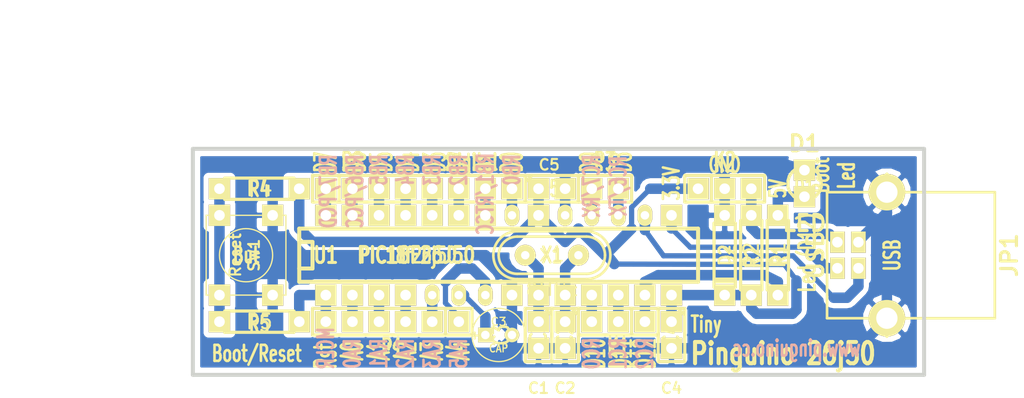
<source format=kicad_pcb>
(kicad_pcb (version 3) (host pcbnew "(2013-03-08 BZR 3989)-testing")

  (general
    (links 55)
    (no_connects 0)
    (area 99.570539 91.4654 197.25894 129.1336)
    (thickness 1.6002)
    (drawings 70)
    (tracks 131)
    (zones 0)
    (modules 20)
    (nets 30)
  )

  (page A4)
  (layers
    (15 Dessus signal)
    (0 Dessous signal)
    (16 B.Adhes user)
    (17 F.Adhes user)
    (18 B.Paste user)
    (19 F.Paste user)
    (20 B.SilkS user)
    (21 F.SilkS user)
    (22 B.Mask user)
    (23 F.Mask user)
    (24 Dwgs.User user)
    (25 Cmts.User user)
    (26 Eco1.User user)
    (27 Eco2.User user)
    (28 Edge.Cuts user)
  )

  (setup
    (last_trace_width 0.2032)
    (trace_clearance 0.254)
    (zone_clearance 0.508)
    (zone_45_only no)
    (trace_min 0.2032)
    (segment_width 0.25146)
    (edge_width 0.25146)
    (via_size 0.889)
    (via_drill 0.635)
    (via_min_size 0.889)
    (via_min_drill 0.508)
    (uvia_size 0.508)
    (uvia_drill 0.127)
    (uvias_allowed no)
    (uvia_min_size 0.508)
    (uvia_min_drill 0.127)
    (pcb_text_width 0.25146)
    (pcb_text_size 1.00076 1.524)
    (mod_edge_width 0.25146)
    (mod_text_size 1.524 1.524)
    (mod_text_width 0.25146)
    (pad_size 2.032 2.032)
    (pad_drill 1.016)
    (pad_to_mask_clearance 0.254)
    (aux_axis_origin 0 0)
    (visible_elements FFFFFFBF)
    (pcbplotparams
      (layerselection 271613953)
      (usegerberextensions true)
      (excludeedgelayer false)
      (linewidth 60)
      (plotframeref false)
      (viasonmask false)
      (mode 1)
      (useauxorigin false)
      (hpglpennumber 1)
      (hpglpenspeed 1)
      (hpglpendiameter 15)
      (hpglpenoverlay 0)
      (psnegative false)
      (psa4output false)
      (plotreference false)
      (plotvalue false)
      (plotothertext false)
      (plotinvisibletext false)
      (padsonsilk true)
      (subtractmaskfromsilk false)
      (outputformat 1)
      (mirror false)
      (drillshape 0)
      (scaleselection 1)
      (outputdirectory gerber/))
  )

  (net 0 "")
  (net 1 3.3V)
  (net 2 5V)
  (net 3 D+)
  (net 4 D-)
  (net 5 GND)
  (net 6 N-000001)
  (net 7 N-000002)
  (net 8 N-000003)
  (net 9 N-000005)
  (net 10 N-000006)
  (net 11 N-000007)
  (net 12 N-000010)
  (net 13 N-000011)
  (net 14 N-000012)
  (net 15 N-000013)
  (net 16 N-000014)
  (net 17 N-000015)
  (net 18 N-000017)
  (net 19 N-000018)
  (net 20 N-000019)
  (net 21 N-000020)
  (net 22 N-000021)
  (net 23 N-000022)
  (net 24 N-000023)
  (net 25 N-000024)
  (net 26 N-000025)
  (net 27 N-000027)
  (net 28 N-000028)
  (net 29 reset)

  (net_class Default "Ceci est la Netclass par défaut"
    (clearance 0.254)
    (trace_width 0.2032)
    (via_dia 0.889)
    (via_drill 0.635)
    (uvia_dia 0.508)
    (uvia_drill 0.127)
    (add_net "")
    (add_net N-000006)
    (add_net N-000010)
    (add_net N-000011)
    (add_net N-000014)
    (add_net N-000025)
  )

  (net_class imprelec ""
    (clearance 0.20066)
    (trace_width 0.50038)
    (via_dia 1.00076)
    (via_drill 0.8001)
    (uvia_dia 0.508)
    (uvia_drill 0.127)
    (add_net N-000007)
  )

  (net_class regis ""
    (clearance 0.254)
    (trace_width 1.00076)
    (via_dia 1.50114)
    (via_drill 1.00076)
    (uvia_dia 0.508)
    (uvia_drill 0.127)
    (add_net 3.3V)
    (add_net 5V)
    (add_net D+)
    (add_net D-)
    (add_net GND)
    (add_net N-000001)
    (add_net N-000002)
    (add_net N-000003)
    (add_net N-000005)
    (add_net N-000012)
    (add_net N-000013)
    (add_net N-000015)
    (add_net N-000017)
    (add_net N-000018)
    (add_net N-000019)
    (add_net N-000020)
    (add_net N-000021)
    (add_net N-000022)
    (add_net N-000023)
    (add_net N-000024)
    (add_net N-000027)
    (add_net N-000028)
    (add_net reset)
  )

  (module led_3mm_red (layer Dessus) (tedit 50503A26) (tstamp 4F9A5F11)
    (at 176.53 108.712 180)
    (descr "3mm red led")
    (tags led)
    (path /4F967175)
    (fp_text reference D1 (at 0 3.81 180) (layer F.SilkS)
      (effects (font (size 1.524 1.524) (thickness 0.3048)))
    )
    (fp_text value LED (at 0 -3.81 180) (layer F.SilkS)
      (effects (font (size 1.524 1.524) (thickness 0.3048)))
    )
    (fp_line (start 1.0414 1.1684) (end -1.1176 1.1684) (layer F.SilkS) (width 0.3048))
    (fp_line (start -0.889 1.3462) (end -0.8636 1.3716) (layer F.SilkS) (width 0.3048))
    (fp_line (start -1.1938 1.0922) (end -0.889 1.3462) (layer F.SilkS) (width 0.3048))
    (fp_line (start -1.4732 0.6858) (end -1.1938 1.0922) (layer F.SilkS) (width 0.3048))
    (fp_line (start -1.6002 0.254) (end -1.4732 0.6858) (layer F.SilkS) (width 0.3048))
    (fp_line (start -1.6002 -0.3556) (end -1.6002 0.254) (layer F.SilkS) (width 0.3048))
    (fp_line (start -1.4224 -0.8128) (end -1.6002 -0.3556) (layer F.SilkS) (width 0.3048))
    (fp_line (start -1.0414 -1.2446) (end -1.4224 -0.8128) (layer F.SilkS) (width 0.3048))
    (fp_line (start -0.5334 -1.524) (end -1.0414 -1.2446) (layer F.SilkS) (width 0.3048))
    (fp_line (start -0.0254 -1.6002) (end -0.5334 -1.524) (layer F.SilkS) (width 0.3048))
    (fp_line (start 0 -1.6002) (end 0.508 -1.524) (layer F.SilkS) (width 0.3048))
    (fp_line (start 0.508 -1.524) (end 1.016 -1.2446) (layer F.SilkS) (width 0.3048))
    (fp_line (start 1.016 -1.2446) (end 1.397 -0.8128) (layer F.SilkS) (width 0.3048))
    (fp_line (start 1.397 -0.8128) (end 1.5748 -0.3556) (layer F.SilkS) (width 0.3048))
    (fp_line (start 1.5748 -0.3556) (end 1.5748 0.254) (layer F.SilkS) (width 0.3048))
    (fp_line (start 1.5748 0.254) (end 1.4478 0.6858) (layer F.SilkS) (width 0.3048))
    (fp_line (start 1.4478 0.6858) (end 1.1684 1.0922) (layer F.SilkS) (width 0.3048))
    (fp_line (start 1.1684 1.0922) (end 0.8636 1.3462) (layer F.SilkS) (width 0.3048))
    (fp_line (start 0.8636 1.3462) (end 0.8382 1.3716) (layer F.SilkS) (width 0.3048))
    (fp_line (start 0.8382 1.3716) (end -0.8128 1.3716) (layer F.SilkS) (width 0.3048))
    (pad 1 thru_hole rect (at 0 -1.27 180) (size 2.032 2.032) (drill 1.016)
      (layers *.Cu *.Mask F.SilkS)
      (net 9 N-000005)
    )
    (pad 2 thru_hole rect (at 0 1.27 180) (size 2.032 2.032) (drill 1.016)
      (layers *.Cu *.Mask F.SilkS)
      (net 5 GND)
    )
    (model discret/leds/led3_vertical_amarelo.wrl
      (at (xyz 0 0 0))
      (scale (xyz 1 1 1))
      (rotate (xyz 0 0 0))
    )
  )

  (module crystal_hc-49u (layer Dessus) (tedit 4FA270AA) (tstamp 4F9A5F14)
    (at 152.4 115.57)
    (descr "Crystal, HC-49U")
    (tags QUARTZ)
    (path /4FA3C0F8)
    (autoplace_cost180 10)
    (fp_text reference X1 (at 0 0) (layer F.SilkS)
      (effects (font (size 1.143 1.27) (thickness 0.1524)))
    )
    (fp_text value 8MHz (at 0 3.302) (layer F.SilkS)
      (effects (font (size 1.143 1.27) (thickness 0.1524)))
    )
    (fp_line (start -3.302 1.778) (end 3.302 1.778) (layer F.SilkS) (width 0.254))
    (fp_line (start 3.302 -1.778) (end -3.302 -1.778) (layer F.SilkS) (width 0.254))
    (fp_arc (start 3.302 0) (end 5.08 0) (angle 90) (layer F.SilkS) (width 0.254))
    (fp_arc (start 3.302 0) (end 3.302 -1.778) (angle 90) (layer F.SilkS) (width 0.254))
    (fp_arc (start -3.302 0) (end -3.302 1.778) (angle 90) (layer F.SilkS) (width 0.254))
    (fp_arc (start -3.302 0) (end -5.08 0) (angle 90) (layer F.SilkS) (width 0.254))
    (fp_arc (start 3.302 0) (end 5.588 0) (angle 90) (layer F.SilkS) (width 0.254))
    (fp_arc (start 3.302 0) (end 5.588 0) (angle -90) (layer F.SilkS) (width 0.254))
    (fp_line (start 3.302 2.286) (end -3.302 2.286) (layer F.SilkS) (width 0.254))
    (fp_line (start -3.302 -2.286) (end 3.302 -2.286) (layer F.SilkS) (width 0.254))
    (fp_arc (start -3.302 0) (end -3.302 2.286) (angle 90) (layer F.SilkS) (width 0.254))
    (fp_arc (start -3.302 0) (end -5.588 0) (angle 90) (layer F.SilkS) (width 0.254))
    (pad 1 thru_hole circle (at -2.54 0) (size 1.99898 1.99898) (drill 0.8001)
      (layers *.Cu *.Mask F.SilkS)
      (net 21 N-000020)
    )
    (pad 2 thru_hole circle (at 2.54 0) (size 1.99898 1.99898) (drill 0.8001)
      (layers *.Cu *.Mask F.SilkS)
      (net 17 N-000015)
    )
    (model discret/xtal/crystal_hc18u_low_profile.wrl
      (at (xyz 0 0 0))
      (scale (xyz 1 1 1))
      (rotate (xyz 0 0 0))
    )
  )

  (module cnp_3mm_disc (layer Dessus) (tedit 503DD580) (tstamp 4FB6A56F)
    (at 152.4 109.22)
    (descr "Small ceramic capacitor")
    (tags C)
    (path /4A6B057C)
    (fp_text reference C5 (at -0.254 -2.286) (layer F.SilkS)
      (effects (font (size 1.016 1.016) (thickness 0.2032)))
    )
    (fp_text value 100nF (at 0 -2.286) (layer F.SilkS) hide
      (effects (font (size 1.016 1.016) (thickness 0.2032)))
    )
    (fp_line (start -2.4892 -1.27) (end 2.54 -1.27) (layer F.SilkS) (width 0.3048))
    (fp_line (start 2.54 -1.27) (end 2.54 1.27) (layer F.SilkS) (width 0.3048))
    (fp_line (start 2.54 1.27) (end -2.54 1.27) (layer F.SilkS) (width 0.3048))
    (fp_line (start -2.54 1.27) (end -2.54 -1.27) (layer F.SilkS) (width 0.3048))
    (fp_line (start -2.54 -0.635) (end -1.905 -1.27) (layer F.SilkS) (width 0.3048))
    (pad 1 thru_hole rect (at -1.27 0) (size 2.032 2.032) (drill 1.016)
      (layers *.Cu *.Mask F.SilkS)
      (net 1 3.3V)
    )
    (pad 2 thru_hole rect (at 1.27 0) (size 2.032 2.032) (drill 1.016)
      (layers *.Cu *.Mask F.SilkS)
      (net 5 GND)
    )
    (model discret/capacitor/cnp_3mm_disc.wrl
      (at (xyz 0 0 0))
      (scale (xyz 1 1 1))
      (rotate (xyz 0 0 0))
    )
  )

  (module cnp_3mm_disc (layer Dessus) (tedit 50503A34) (tstamp 4F9A5F1B)
    (at 163.83 123.19 270)
    (descr "Small ceramic capacitor")
    (tags C)
    (path /4A65CFBF)
    (fp_text reference C4 (at 5.08 0 360) (layer F.SilkS)
      (effects (font (size 1.016 1.016) (thickness 0.2032)))
    )
    (fp_text value 100nF (at 0 -2.286 270) (layer F.SilkS) hide
      (effects (font (size 1.016 1.016) (thickness 0.2032)))
    )
    (fp_line (start -2.4892 -1.27) (end 2.54 -1.27) (layer F.SilkS) (width 0.3048))
    (fp_line (start 2.54 -1.27) (end 2.54 1.27) (layer F.SilkS) (width 0.3048))
    (fp_line (start 2.54 1.27) (end -2.54 1.27) (layer F.SilkS) (width 0.3048))
    (fp_line (start -2.54 1.27) (end -2.54 -1.27) (layer F.SilkS) (width 0.3048))
    (fp_line (start -2.54 -0.635) (end -1.905 -1.27) (layer F.SilkS) (width 0.3048))
    (pad 1 thru_hole rect (at -1.27 0 270) (size 2.032 2.032) (drill 1.016)
      (layers *.Cu *.Mask F.SilkS)
      (net 1 3.3V)
    )
    (pad 2 thru_hole rect (at 1.27 0 270) (size 2.032 2.032) (drill 1.016)
      (layers *.Cu *.Mask F.SilkS)
      (net 5 GND)
    )
    (model discret/capacitor/cnp_3mm_disc.wrl
      (at (xyz 0 0 0))
      (scale (xyz 1 1 1))
      (rotate (xyz 0 0 0))
    )
  )

  (module cnp_3mm_disc (layer Dessus) (tedit 50503A3F) (tstamp 4F9A5F1D)
    (at 153.67 123.19 270)
    (descr "Small ceramic capacitor")
    (tags C)
    (path /4F93C6A2)
    (fp_text reference C2 (at 5.08 0 360) (layer F.SilkS)
      (effects (font (size 1.016 1.016) (thickness 0.2032)))
    )
    (fp_text value 22pF (at 0 -2.286 270) (layer F.SilkS) hide
      (effects (font (size 1.016 1.016) (thickness 0.2032)))
    )
    (fp_line (start -2.4892 -1.27) (end 2.54 -1.27) (layer F.SilkS) (width 0.3048))
    (fp_line (start 2.54 -1.27) (end 2.54 1.27) (layer F.SilkS) (width 0.3048))
    (fp_line (start 2.54 1.27) (end -2.54 1.27) (layer F.SilkS) (width 0.3048))
    (fp_line (start -2.54 1.27) (end -2.54 -1.27) (layer F.SilkS) (width 0.3048))
    (fp_line (start -2.54 -0.635) (end -1.905 -1.27) (layer F.SilkS) (width 0.3048))
    (pad 1 thru_hole rect (at -1.27 0 270) (size 2.032 2.032) (drill 1.016)
      (layers *.Cu *.Mask F.SilkS)
      (net 17 N-000015)
    )
    (pad 2 thru_hole rect (at 1.27 0 270) (size 2.032 2.032) (drill 1.016)
      (layers *.Cu *.Mask F.SilkS)
      (net 5 GND)
    )
    (model discret/capacitor/cnp_3mm_disc.wrl
      (at (xyz 0 0 0))
      (scale (xyz 1 1 1))
      (rotate (xyz 0 0 0))
    )
  )

  (module cnp_3mm_disc (layer Dessus) (tedit 50503A44) (tstamp 4F9A5F1F)
    (at 151.13 123.19 270)
    (descr "Small ceramic capacitor")
    (tags C)
    (path /4F93C676)
    (fp_text reference C1 (at 5.08 0 360) (layer F.SilkS)
      (effects (font (size 1.016 1.016) (thickness 0.2032)))
    )
    (fp_text value 22pF (at 0 -2.286 270) (layer F.SilkS) hide
      (effects (font (size 1.016 1.016) (thickness 0.2032)))
    )
    (fp_line (start -2.4892 -1.27) (end 2.54 -1.27) (layer F.SilkS) (width 0.3048))
    (fp_line (start 2.54 -1.27) (end 2.54 1.27) (layer F.SilkS) (width 0.3048))
    (fp_line (start 2.54 1.27) (end -2.54 1.27) (layer F.SilkS) (width 0.3048))
    (fp_line (start -2.54 1.27) (end -2.54 -1.27) (layer F.SilkS) (width 0.3048))
    (fp_line (start -2.54 -0.635) (end -1.905 -1.27) (layer F.SilkS) (width 0.3048))
    (pad 1 thru_hole rect (at -1.27 0 270) (size 2.032 2.032) (drill 1.016)
      (layers *.Cu *.Mask F.SilkS)
      (net 21 N-000020)
    )
    (pad 2 thru_hole rect (at 1.27 0 270) (size 2.032 2.032) (drill 1.016)
      (layers *.Cu *.Mask F.SilkS)
      (net 5 GND)
    )
    (model discret/capacitor/cnp_3mm_disc.wrl
      (at (xyz 0 0 0))
      (scale (xyz 1 1 1))
      (rotate (xyz 0 0 0))
    )
  )

  (module SW_PUSH_SMALL (layer Dessus) (tedit 4FD06A06) (tstamp 4FBF7266)
    (at 123.19 115.57 270)
    (path /4E97E908/4E97E9F1)
    (fp_text reference SW1 (at 0 -0.762 270) (layer F.SilkS)
      (effects (font (size 1.016 1.016) (thickness 0.2032)))
    )
    (fp_text value Reset (at 0 1.016 270) (layer F.SilkS)
      (effects (font (size 1.016 1.016) (thickness 0.2032)))
    )
    (fp_circle (center 0 0) (end 0 -2.54) (layer F.SilkS) (width 0.127))
    (fp_line (start -3.81 -3.81) (end 3.81 -3.81) (layer F.SilkS) (width 0.127))
    (fp_line (start 3.81 -3.81) (end 3.81 3.81) (layer F.SilkS) (width 0.127))
    (fp_line (start 3.81 3.81) (end -3.81 3.81) (layer F.SilkS) (width 0.127))
    (fp_line (start -3.81 -3.81) (end -3.81 3.81) (layer F.SilkS) (width 0.127))
    (pad 1 thru_hole rect (at 3.81 -2.54 270) (size 2.032 2.032) (drill 1.016)
      (layers *.Cu *.Mask F.SilkS)
      (net 5 GND)
    )
    (pad 2 thru_hole rect (at 3.81 2.54 270) (size 2.032 2.032) (drill 1.016)
      (layers *.Cu *.Mask F.SilkS)
      (net 28 N-000028)
    )
    (pad 1 thru_hole rect (at -3.81 -2.54 270) (size 2.032 2.032) (drill 1.016)
      (layers *.Cu *.Mask F.SilkS)
      (net 5 GND)
    )
    (pad 2 thru_hole rect (at -3.81 2.54 270) (size 2.032 2.032) (drill 1.016)
      (layers *.Cu *.Mask F.SilkS)
      (net 28 N-000028)
    )
    (model discret/push_butt_shape1_red.wrl
      (at (xyz 0 0 0))
      (scale (xyz 1 1 1))
      (rotate (xyz 0 0 90))
    )
    (model device/switch_push.wrl
      (at (xyz 0 0 0))
      (scale (xyz 1 1 1))
      (rotate (xyz 0 0 0))
    )
  )

  (module DIP-28__300 (layer Dessus) (tedit 503DD342) (tstamp 4FB3D982)
    (at 147.32 115.57)
    (descr "28 pins DIL package, round pads, width 300mil")
    (tags DIL)
    (path /4E96DADA)
    (fp_text reference U1 (at -16.51 0) (layer F.SilkS)
      (effects (font (size 1.524 1.143) (thickness 0.28702)))
    )
    (fp_text value PIC18F26J50 (at -7.874 0) (layer F.SilkS)
      (effects (font (size 1.524 1.143) (thickness 0.28702)))
    )
    (fp_line (start -19.05 -2.54) (end 19.05 -2.54) (layer F.SilkS) (width 0.381))
    (fp_line (start 19.05 -2.54) (end 19.05 2.54) (layer F.SilkS) (width 0.381))
    (fp_line (start 19.05 2.54) (end -19.05 2.54) (layer F.SilkS) (width 0.381))
    (fp_line (start -19.05 2.54) (end -19.05 -2.54) (layer F.SilkS) (width 0.381))
    (fp_line (start -19.05 -1.27) (end -17.78 -1.27) (layer F.SilkS) (width 0.381))
    (fp_line (start -17.78 -1.27) (end -17.78 1.27) (layer F.SilkS) (width 0.381))
    (fp_line (start -17.78 1.27) (end -19.05 1.27) (layer F.SilkS) (width 0.381))
    (pad 2 thru_hole rect (at -13.97 3.81) (size 2.032 2.032) (drill 1.016)
      (layers *.Cu *.Mask F.SilkS)
      (net 18 N-000017)
    )
    (pad 3 thru_hole rect (at -11.43 3.81) (size 2.032 2.032) (drill 1.016)
      (layers *.Cu *.Mask F.SilkS)
      (net 19 N-000018)
    )
    (pad 4 thru_hole rect (at -8.89 3.81) (size 2.032 2.032) (drill 1.016)
      (layers *.Cu *.Mask F.SilkS)
      (net 27 N-000027)
    )
    (pad 5 thru_hole oval (at -6.35 3.81 90) (size 2.032 1.397) (drill 0.8128)
      (layers *.Cu *.Mask F.SilkS)
      (net 20 N-000019)
    )
    (pad 6 thru_hole oval (at -3.81 3.81 90) (size 2.032 1.397) (drill 0.8128)
      (layers *.Cu *.Mask F.SilkS)
      (net 22 N-000021)
    )
    (pad 7 thru_hole oval (at -1.27 3.81 90) (size 2.032 1.397) (drill 0.8128)
      (layers *.Cu *.Mask F.SilkS)
      (net 10 N-000006)
    )
    (pad 8 thru_hole rect (at 1.27 3.81) (size 2.032 2.032) (drill 1.016)
      (layers *.Cu *.Mask F.SilkS)
      (net 5 GND)
    )
    (pad 9 thru_hole rect (at 3.81 3.81) (size 2.032 2.032) (drill 1.016)
      (layers *.Cu *.Mask F.SilkS)
      (net 21 N-000020)
    )
    (pad 10 thru_hole rect (at 6.35 3.81) (size 2.032 2.032) (drill 1.016)
      (layers *.Cu *.Mask F.SilkS)
      (net 17 N-000015)
    )
    (pad 11 thru_hole rect (at 8.89 3.81) (size 2.032 2.032) (drill 1.016)
      (layers *.Cu *.Mask F.SilkS)
      (net 23 N-000022)
    )
    (pad 12 thru_hole rect (at 11.43 3.81) (size 2.032 2.032) (drill 1.016)
      (layers *.Cu *.Mask F.SilkS)
      (net 25 N-000024)
    )
    (pad 13 thru_hole rect (at 13.97 3.81) (size 2.032 2.032) (drill 1.016)
      (layers *.Cu *.Mask F.SilkS)
      (net 11 N-000007)
    )
    (pad 14 thru_hole rect (at 16.51 3.81) (size 2.032 2.032) (drill 1.016)
      (layers *.Cu *.Mask F.SilkS)
      (net 1 3.3V)
    )
    (pad 1 thru_hole rect (at -16.51 3.81) (size 2.032 2.032) (drill 1.016)
      (layers *.Cu *.Mask F.SilkS)
      (net 29 reset)
    )
    (pad 15 thru_hole rect (at 16.51 -3.81) (size 2.032 2.032) (drill 1.016)
      (layers *.Cu *.Mask F.SilkS)
      (net 4 D-)
    )
    (pad 16 thru_hole oval (at 13.97 -3.81 90) (size 2.032 1.397) (drill 0.8128)
      (layers *.Cu *.Mask F.SilkS)
      (net 3 D+)
    )
    (pad 17 thru_hole oval (at 11.43 -3.81 90) (size 2.032 1.397) (drill 0.8128)
      (layers *.Cu *.Mask F.SilkS)
      (net 13 N-000011)
    )
    (pad 18 thru_hole oval (at 8.89 -3.81 90) (size 2.032 1.397) (drill 0.8128)
      (layers *.Cu *.Mask F.SilkS)
      (net 14 N-000012)
    )
    (pad 19 thru_hole oval (at 6.35 -3.81 90) (size 2.032 1.397) (drill 0.8128)
      (layers *.Cu *.Mask F.SilkS)
      (net 5 GND)
    )
    (pad 20 thru_hole rect (at 3.81 -3.81) (size 2.032 2.032) (drill 1.016)
      (layers *.Cu *.Mask F.SilkS)
      (net 1 3.3V)
    )
    (pad 21 thru_hole oval (at 1.27 -3.81 90) (size 2.032 1.397) (drill 0.8128)
      (layers *.Cu *.Mask F.SilkS)
      (net 24 N-000023)
    )
    (pad 22 thru_hole rect (at -1.27 -3.81) (size 2.032 2.032) (drill 1.016)
      (layers *.Cu *.Mask F.SilkS)
      (net 26 N-000025)
    )
    (pad 23 thru_hole rect (at -3.81 -3.81) (size 2.032 2.032) (drill 1.016)
      (layers *.Cu *.Mask F.SilkS)
      (net 8 N-000003)
    )
    (pad 24 thru_hole rect (at -6.35 -3.81) (size 2.032 2.032) (drill 1.016)
      (layers *.Cu *.Mask F.SilkS)
      (net 16 N-000014)
    )
    (pad 25 thru_hole rect (at -8.89 -3.81) (size 2.032 2.032) (drill 1.016)
      (layers *.Cu *.Mask F.SilkS)
      (net 7 N-000002)
    )
    (pad 26 thru_hole rect (at -11.43 -3.81) (size 2.032 2.032) (drill 1.016)
      (layers *.Cu *.Mask F.SilkS)
      (net 12 N-000010)
    )
    (pad 27 thru_hole rect (at -13.97 -3.81) (size 2.032 2.032) (drill 1.016)
      (layers *.Cu *.Mask F.SilkS)
      (net 6 N-000001)
    )
    (pad 28 thru_hole rect (at -16.51 -3.81) (size 2.032 2.032) (drill 1.016)
      (layers *.Cu *.Mask F.SilkS)
      (net 15 N-000013)
    )
    (model dil/dil_28-w300.wrl
      (at (xyz 0 0 0))
      (scale (xyz 1 1 1))
      (rotate (xyz 0 0 0))
    )
  )

  (module conn_usb_B (layer Dessus) (tedit 4FBD40D6) (tstamp 4FB3D983)
    (at 186.69 115.57 90)
    (descr "USB B-type receptacle, Lumberg P/N 2411-02")
    (tags USB)
    (path /4E97F2B8/4E97F2EE)
    (fp_text reference JP1 (at 0 9.40054 90) (layer F.SilkS)
      (effects (font (size 1.524 1.524) (thickness 0.3048)))
    )
    (fp_text value USB (at 0 -9.10082 90) (layer F.SilkS)
      (effects (font (size 1.524 1.524) (thickness 0.3048)))
    )
    (fp_line (start 6.0198 -4.0386) (end 7.7724 -2.286) (layer F.SilkS) (width 0.254))
    (fp_line (start 7.7724 -2.286) (end 6.0198 -0.5334) (layer F.SilkS) (width 0.254))
    (fp_line (start -6.0198 -4.0386) (end -7.7724 -2.286) (layer F.SilkS) (width 0.254))
    (fp_line (start -7.7724 -2.286) (end -6.0198 -0.5334) (layer F.SilkS) (width 0.254))
    (fp_line (start -6.0198 -2.286) (end -6.0198 8.0264) (layer F.SilkS) (width 0.254))
    (fp_line (start -6.0198 8.0264) (end 6.0198 8.0264) (layer F.SilkS) (width 0.254))
    (fp_line (start 6.0198 8.0264) (end 6.0198 -2.286) (layer F.SilkS) (width 0.254))
    (fp_line (start 6.0198 -2.286) (end 6.0198 -8.001) (layer F.SilkS) (width 0.254))
    (fp_line (start 6.0198 -8.001) (end -6.0198 -8.001) (layer F.SilkS) (width 0.254))
    (fp_line (start -6.0198 -8.001) (end -6.0198 -2.286) (layer F.SilkS) (width 0.254))
    (pad 3 thru_hole trapezoid (at -1.2446 -5.0038 180) (size 1.38938 2.032) (drill 1.016)
      (layers *.Cu *.Mask F.SilkS)
      (net 3 D+)
    )
    (pad 4 thru_hole trapezoid (at 1.2446 -5.0038 180) (size 1.38938 2.032) (drill 1.016)
      (layers *.Cu *.Mask F.SilkS)
      (net 5 GND)
    )
    (pad 1 thru_hole trapezoid (at 1.2446 -7.0104 180) (size 1.38938 2.032) (drill 1.016)
      (layers *.Cu *.Mask F.SilkS)
      (net 2 5V)
    )
    (pad 2 thru_hole trapezoid (at -1.2446 -7.0104 180) (size 1.38938 2.032) (drill 1.016)
      (layers *.Cu *.Mask F.SilkS)
      (net 4 D-)
    )
    (pad 5 thru_hole circle (at -6.0198 -2.286 90) (size 3.50012 3.50012) (drill 2.032)
      (layers *.Cu *.Mask F.SilkS)
      (net 5 GND)
    )
    (pad 6 thru_hole circle (at 6.0198 -2.286 90) (size 3.50012 3.50012) (drill 2.032)
      (layers *.Cu *.Mask F.SilkS)
      (net 5 GND)
    )
    (model connectors/USB_type_B.wrl
      (at (xyz 0 0 0))
      (scale (xyz 1 1 1))
      (rotate (xyz 0 0 0))
    )
  )

  (module D3 (layer Dessus) (tedit 4FB6B36C) (tstamp 4F9A5F12)
    (at 168.91 115.57 270)
    (descr "Diode 3 pas")
    (tags "DIODE DEV")
    (path /4E97EBA5/4F93BB97)
    (fp_text reference D2 (at 0 0 270) (layer F.SilkS)
      (effects (font (size 1.016 1.016) (thickness 0.2032)))
    )
    (fp_text value BZX85C3V3 (at 0 0 270) (layer F.SilkS) hide
      (effects (font (size 1.016 1.016) (thickness 0.2032)))
    )
    (fp_line (start 3.81 0) (end 3.048 0) (layer F.SilkS) (width 0.3048))
    (fp_line (start 3.048 0) (end 3.048 -1.016) (layer F.SilkS) (width 0.3048))
    (fp_line (start 3.048 -1.016) (end -3.048 -1.016) (layer F.SilkS) (width 0.3048))
    (fp_line (start -3.048 -1.016) (end -3.048 0) (layer F.SilkS) (width 0.3048))
    (fp_line (start -3.048 0) (end -3.81 0) (layer F.SilkS) (width 0.3048))
    (fp_line (start -3.048 0) (end -3.048 1.016) (layer F.SilkS) (width 0.3048))
    (fp_line (start -3.048 1.016) (end 3.048 1.016) (layer F.SilkS) (width 0.3048))
    (fp_line (start 3.048 1.016) (end 3.048 0) (layer F.SilkS) (width 0.3048))
    (fp_line (start 2.54 -1.016) (end 2.54 1.016) (layer F.SilkS) (width 0.3048))
    (fp_line (start 2.286 1.016) (end 2.286 -1.016) (layer F.SilkS) (width 0.3048))
    (pad 2 thru_hole rect (at 3.81 0) (size 2.032 2.032) (drill 1.016)
      (layers *.Cu *.Mask F.SilkS)
      (net 1 3.3V)
    )
    (pad 1 thru_hole rect (at -3.81 0) (size 2.032 2.032) (drill 1.016)
      (layers *.Cu *.Mask F.SilkS)
      (net 5 GND)
    )
    (model discret/diode.wrl
      (at (xyz 0 0 0))
      (scale (xyz 0.3 0.3 0.3))
      (rotate (xyz 0 0 0))
    )
  )

  (module SIL-3 (layer Dessus) (tedit 4FB6AE29) (tstamp 4F9A5F0C)
    (at 158.75 121.92 180)
    (descr "Connecteur 3 pins")
    (tags "CONN DEV")
    (path /4F9A5648)
    (fp_text reference K1 (at 0 -2.54 180) (layer F.SilkS)
      (effects (font (size 1.7907 1.07696) (thickness 0.26924)))
    )
    (fp_text value PWM (at 0 -2.54 180) (layer F.SilkS) hide
      (effects (font (size 1.524 1.016) (thickness 0.254)))
    )
    (fp_line (start -3.81 1.27) (end -3.81 -1.27) (layer F.SilkS) (width 0.3048))
    (fp_line (start -3.81 -1.27) (end 3.81 -1.27) (layer F.SilkS) (width 0.3048))
    (fp_line (start 3.81 -1.27) (end 3.81 1.27) (layer F.SilkS) (width 0.3048))
    (fp_line (start 3.81 1.27) (end -3.81 1.27) (layer F.SilkS) (width 0.3048))
    (fp_line (start -1.27 -1.27) (end -1.27 1.27) (layer F.SilkS) (width 0.3048))
    (pad 1 thru_hole rect (at -2.54 0 180) (size 2.032 2.032) (drill 1.016)
      (layers *.Cu *.Mask F.SilkS)
      (net 11 N-000007)
    )
    (pad 2 thru_hole rect (at 0 0 180) (size 2.032 2.032) (drill 1.016)
      (layers *.Cu *.Mask F.SilkS)
      (net 25 N-000024)
    )
    (pad 3 thru_hole rect (at 2.54 0 180) (size 2.032 2.032) (drill 1.016)
      (layers *.Cu *.Mask F.SilkS)
      (net 23 N-000022)
    )
    (model connectors/female_pcb_pin/female_pcb_pin_03.wrl
      (at (xyz 0 0 0))
      (scale (xyz 1 1 1))
      (rotate (xyz 0 0 0))
    )
  )

  (module SIL-3 (layer Dessus) (tedit 4FB6AE50) (tstamp 4F9A5F0E)
    (at 168.91 109.22)
    (descr "Connecteur 3 pins")
    (tags "CONN DEV")
    (path /4E97EBA5/4F9A5A91)
    (fp_text reference K2 (at 0 -2.54) (layer F.SilkS)
      (effects (font (size 1.7907 1.07696) (thickness 0.26924)))
    )
    (fp_text value Power (at 0 -2.54) (layer F.SilkS) hide
      (effects (font (size 1.524 1.016) (thickness 0.254)))
    )
    (fp_line (start -3.81 1.27) (end -3.81 -1.27) (layer F.SilkS) (width 0.3048))
    (fp_line (start -3.81 -1.27) (end 3.81 -1.27) (layer F.SilkS) (width 0.3048))
    (fp_line (start 3.81 -1.27) (end 3.81 1.27) (layer F.SilkS) (width 0.3048))
    (fp_line (start 3.81 1.27) (end -3.81 1.27) (layer F.SilkS) (width 0.3048))
    (fp_line (start -1.27 -1.27) (end -1.27 1.27) (layer F.SilkS) (width 0.3048))
    (pad 1 thru_hole rect (at -2.54 0) (size 2.032 2.032) (drill 1.016)
      (layers *.Cu *.Mask F.SilkS)
      (net 1 3.3V)
    )
    (pad 2 thru_hole rect (at 0 0) (size 2.032 2.032) (drill 1.016)
      (layers *.Cu *.Mask F.SilkS)
      (net 5 GND)
    )
    (pad 3 thru_hole rect (at 2.54 0) (size 2.032 2.032) (drill 1.016)
      (layers *.Cu *.Mask F.SilkS)
      (net 2 5V)
    )
    (model connectors/female_pcb_pin/female_pcb_pin_03.wrl
      (at (xyz 0 0 0))
      (scale (xyz 1 1 1))
      (rotate (xyz 0 0 0))
    )
  )

  (module SIL-8 (layer Dessus) (tedit 503E5263) (tstamp 4F9A5F0A)
    (at 139.7 109.22)
    (descr "Connecteur 8 pins")
    (tags "CONN DEV")
    (path /4F9A53E8)
    (fp_text reference P2 (at -6.35 -2.54) (layer F.SilkS)
      (effects (font (size 1.72974 1.08712) (thickness 0.27178)))
    )
    (fp_text value Digital (at 5.08 -2.54) (layer F.SilkS)
      (effects (font (size 1.524 1.016) (thickness 0.254)))
    )
    (fp_line (start -10.16 -1.27) (end 10.16 -1.27) (layer F.SilkS) (width 0.3048))
    (fp_line (start 10.16 -1.27) (end 10.16 1.27) (layer F.SilkS) (width 0.3048))
    (fp_line (start 10.16 1.27) (end -10.16 1.27) (layer F.SilkS) (width 0.3048))
    (fp_line (start -10.16 1.27) (end -10.16 -1.27) (layer F.SilkS) (width 0.3048))
    (fp_line (start -7.62 1.27) (end -7.62 -1.27) (layer F.SilkS) (width 0.3048))
    (pad 1 thru_hole rect (at -8.89 0) (size 2.032 2.032) (drill 1.016)
      (layers *.Cu *.Mask F.SilkS)
      (net 15 N-000013)
    )
    (pad 2 thru_hole rect (at -6.35 0) (size 2.032 2.032) (drill 1.016)
      (layers *.Cu *.Mask F.SilkS)
      (net 6 N-000001)
    )
    (pad 3 thru_hole rect (at -3.81 0) (size 2.032 2.032) (drill 1.016)
      (layers *.Cu *.Mask F.SilkS)
      (net 12 N-000010)
    )
    (pad 4 thru_hole rect (at -1.27 0) (size 2.032 2.032) (drill 1.016)
      (layers *.Cu *.Mask F.SilkS)
      (net 7 N-000002)
    )
    (pad 5 thru_hole rect (at 1.27 0) (size 2.032 2.032) (drill 1.016)
      (layers *.Cu *.Mask F.SilkS)
      (net 16 N-000014)
    )
    (pad 6 thru_hole rect (at 3.81 0) (size 2.032 2.032) (drill 1.016)
      (layers *.Cu *.Mask F.SilkS)
      (net 8 N-000003)
    )
    (pad 7 thru_hole rect (at 6.35 0) (size 2.032 2.032) (drill 1.016)
      (layers *.Cu *.Mask F.SilkS)
      (net 26 N-000025)
    )
    (pad 8 thru_hole rect (at 8.89 0) (size 2.032 2.032) (drill 1.016)
      (layers *.Cu *.Mask F.SilkS)
      (net 24 N-000023)
    )
    (model connectors/female_pcb_pin/female_pcb_pin_08.wrl
      (at (xyz 0 0 0))
      (scale (xyz 1 1 1))
      (rotate (xyz 0 0 0))
    )
  )

  (module SIL-2 (layer Dessus) (tedit 4FB6AE39) (tstamp 4F9A5F0F)
    (at 157.48 109.22)
    (descr "Connecteurs 2 pins")
    (tags "CONN DEV")
    (path /4F9A55C9)
    (fp_text reference P3 (at 0 -2.54) (layer F.SilkS)
      (effects (font (size 1.72974 1.08712) (thickness 0.27178)))
    )
    (fp_text value UART (at 0 -2.54) (layer F.SilkS) hide
      (effects (font (size 1.524 1.016) (thickness 0.254)))
    )
    (fp_line (start -2.54 1.27) (end -2.54 -1.27) (layer F.SilkS) (width 0.3048))
    (fp_line (start -2.54 -1.27) (end 2.54 -1.27) (layer F.SilkS) (width 0.3048))
    (fp_line (start 2.54 -1.27) (end 2.54 1.27) (layer F.SilkS) (width 0.3048))
    (fp_line (start 2.54 1.27) (end -2.54 1.27) (layer F.SilkS) (width 0.3048))
    (pad 1 thru_hole rect (at -1.27 0) (size 2.032 2.032) (drill 1.016)
      (layers *.Cu *.Mask F.SilkS)
      (net 14 N-000012)
    )
    (pad 2 thru_hole rect (at 1.27 0) (size 2.032 2.032) (drill 1.016)
      (layers *.Cu *.Mask F.SilkS)
      (net 13 N-000011)
    )
    (model connectors/female_pcb_pin/female_pcb_pin_02.wrl
      (at (xyz 0 0 0))
      (scale (xyz 1 1 1))
      (rotate (xyz 0 0 0))
    )
  )

  (module R3 (layer Dessus) (tedit 4FBD3F25) (tstamp 4F9A5F09)
    (at 173.99 115.57 270)
    (descr "Resitance 3 pas")
    (tags R)
    (path /4F967169)
    (autoplace_cost180 10)
    (fp_text reference R1 (at 0 0 270) (layer F.SilkS)
      (effects (font (size 1.397 1.27) (thickness 0.2032)))
    )
    (fp_text value 390 (at 0 0 270) (layer F.SilkS) hide
      (effects (font (size 1.397 1.27) (thickness 0.2032)))
    )
    (fp_line (start -3.81 0) (end -3.302 0) (layer F.SilkS) (width 0.3048))
    (fp_line (start 3.81 0) (end 3.302 0) (layer F.SilkS) (width 0.3048))
    (fp_line (start 3.302 0) (end 3.302 -1.016) (layer F.SilkS) (width 0.3048))
    (fp_line (start 3.302 -1.016) (end -3.302 -1.016) (layer F.SilkS) (width 0.3048))
    (fp_line (start -3.302 -1.016) (end -3.302 1.016) (layer F.SilkS) (width 0.3048))
    (fp_line (start -3.302 1.016) (end 3.302 1.016) (layer F.SilkS) (width 0.3048))
    (fp_line (start 3.302 1.016) (end 3.302 0) (layer F.SilkS) (width 0.3048))
    (fp_line (start -3.302 -0.508) (end -2.794 -1.016) (layer F.SilkS) (width 0.3048))
    (pad 1 thru_hole rect (at -3.81 0 270) (size 2.032 2.032) (drill 1.016)
      (layers *.Cu *.Mask F.SilkS)
      (net 9 N-000005)
    )
    (pad 2 thru_hole rect (at 3.81 0 270) (size 2.032 2.032) (drill 1.016)
      (layers *.Cu *.Mask F.SilkS)
      (net 11 N-000007)
    )
    (model discret/resistors/horizontal/r_h_470R.wrl
      (at (xyz 0 0 0))
      (scale (xyz 1 1 1))
      (rotate (xyz 0 0 0))
    )
  )

  (module R3 (layer Dessus) (tedit 4FBD3F20) (tstamp 4F9A5F07)
    (at 171.45 115.57 270)
    (descr "Resitance 3 pas")
    (tags R)
    (path /4E97EBA5/4E97ECCA)
    (autoplace_cost180 10)
    (fp_text reference R2 (at 0 0 270) (layer F.SilkS)
      (effects (font (size 1.397 1.27) (thickness 0.2032)))
    )
    (fp_text value 5.6 (at 0 0 270) (layer F.SilkS) hide
      (effects (font (size 1.397 1.27) (thickness 0.2032)))
    )
    (fp_line (start -3.81 0) (end -3.302 0) (layer F.SilkS) (width 0.3048))
    (fp_line (start 3.81 0) (end 3.302 0) (layer F.SilkS) (width 0.3048))
    (fp_line (start 3.302 0) (end 3.302 -1.016) (layer F.SilkS) (width 0.3048))
    (fp_line (start 3.302 -1.016) (end -3.302 -1.016) (layer F.SilkS) (width 0.3048))
    (fp_line (start -3.302 -1.016) (end -3.302 1.016) (layer F.SilkS) (width 0.3048))
    (fp_line (start -3.302 1.016) (end 3.302 1.016) (layer F.SilkS) (width 0.3048))
    (fp_line (start 3.302 1.016) (end 3.302 0) (layer F.SilkS) (width 0.3048))
    (fp_line (start -3.302 -0.508) (end -2.794 -1.016) (layer F.SilkS) (width 0.3048))
    (pad 1 thru_hole rect (at -3.81 0 270) (size 2.032 2.032) (drill 1.016)
      (layers *.Cu *.Mask F.SilkS)
      (net 2 5V)
    )
    (pad 2 thru_hole rect (at 3.81 0 270) (size 2.032 2.032) (drill 1.016)
      (layers *.Cu *.Mask F.SilkS)
      (net 1 3.3V)
    )
    (model discret/resistors/horizontal/r_h_150R.wrl
      (at (xyz 0 0 0))
      (scale (xyz 1 1 1))
      (rotate (xyz 0 0 0))
    )
  )

  (module R3 (layer Dessus) (tedit 4FBD3D8E) (tstamp 4F9A5F03)
    (at 124.46 109.22 180)
    (descr "Resitance 3 pas")
    (tags R)
    (path /4E97E908/4E97E9E6)
    (autoplace_cost180 10)
    (fp_text reference R4 (at 0 0 180) (layer F.SilkS)
      (effects (font (size 1.397 1.27) (thickness 0.2032)))
    )
    (fp_text value 10K (at 0 0 180) (layer F.SilkS) hide
      (effects (font (size 1.397 1.27) (thickness 0.2032)))
    )
    (fp_line (start -3.81 0) (end -3.302 0) (layer F.SilkS) (width 0.3048))
    (fp_line (start 3.81 0) (end 3.302 0) (layer F.SilkS) (width 0.3048))
    (fp_line (start 3.302 0) (end 3.302 -1.016) (layer F.SilkS) (width 0.3048))
    (fp_line (start 3.302 -1.016) (end -3.302 -1.016) (layer F.SilkS) (width 0.3048))
    (fp_line (start -3.302 -1.016) (end -3.302 1.016) (layer F.SilkS) (width 0.3048))
    (fp_line (start -3.302 1.016) (end 3.302 1.016) (layer F.SilkS) (width 0.3048))
    (fp_line (start 3.302 1.016) (end 3.302 0) (layer F.SilkS) (width 0.3048))
    (fp_line (start -3.302 -0.508) (end -2.794 -1.016) (layer F.SilkS) (width 0.3048))
    (pad 1 thru_hole rect (at -3.81 0 180) (size 2.032 2.032) (drill 1.016)
      (layers *.Cu *.Mask F.SilkS)
      (net 1 3.3V)
    )
    (pad 2 thru_hole rect (at 3.81 0 180) (size 2.032 2.032) (drill 1.016)
      (layers *.Cu *.Mask F.SilkS)
      (net 28 N-000028)
    )
    (model discret/resistors/horizontal/r_h_10k.wrl
      (at (xyz 0 0 0))
      (scale (xyz 1 1 1))
      (rotate (xyz 0 0 0))
    )
  )

  (module R3 (layer Dessus) (tedit 4FBD3D9A) (tstamp 4F9A5F01)
    (at 124.46 121.92 180)
    (descr "Resitance 3 pas")
    (tags R)
    (path /4E97E908/4E97E9F9)
    (autoplace_cost180 10)
    (fp_text reference R5 (at 0 0 180) (layer F.SilkS)
      (effects (font (size 1.397 1.27) (thickness 0.2032)))
    )
    (fp_text value 390R (at 0 0 180) (layer F.SilkS) hide
      (effects (font (size 1.397 1.27) (thickness 0.2032)))
    )
    (fp_line (start -3.81 0) (end -3.302 0) (layer F.SilkS) (width 0.3048))
    (fp_line (start 3.81 0) (end 3.302 0) (layer F.SilkS) (width 0.3048))
    (fp_line (start 3.302 0) (end 3.302 -1.016) (layer F.SilkS) (width 0.3048))
    (fp_line (start 3.302 -1.016) (end -3.302 -1.016) (layer F.SilkS) (width 0.3048))
    (fp_line (start -3.302 -1.016) (end -3.302 1.016) (layer F.SilkS) (width 0.3048))
    (fp_line (start -3.302 1.016) (end 3.302 1.016) (layer F.SilkS) (width 0.3048))
    (fp_line (start 3.302 1.016) (end 3.302 0) (layer F.SilkS) (width 0.3048))
    (fp_line (start -3.302 -0.508) (end -2.794 -1.016) (layer F.SilkS) (width 0.3048))
    (pad 1 thru_hole rect (at -3.81 0 180) (size 2.032 2.032) (drill 1.016)
      (layers *.Cu *.Mask F.SilkS)
      (net 29 reset)
    )
    (pad 2 thru_hole rect (at 3.81 0 180) (size 2.032 2.032) (drill 1.016)
      (layers *.Cu *.Mask F.SilkS)
      (net 28 N-000028)
    )
    (model discret/resistors/horizontal/r_h_470K.wrl
      (at (xyz 0 0 0))
      (scale (xyz 1 1 1))
      (rotate (xyz 0 0 0))
    )
  )

  (module SIL-6 (layer Dessus) (tedit 503E56ED) (tstamp 4F9A5F0B)
    (at 137.16 121.92 180)
    (descr "Connecteur 6 pins")
    (tags "CONN DEV")
    (path /503DCF11)
    (fp_text reference P1 (at 0 -2.54 180) (layer F.SilkS)
      (effects (font (size 1.72974 1.08712) (thickness 0.27178)))
    )
    (fp_text value Analog (at 0 -2.54 180) (layer F.SilkS) hide
      (effects (font (size 1.524 1.016) (thickness 0.254)))
    )
    (fp_line (start -7.62 1.27) (end -7.62 -1.27) (layer F.SilkS) (width 0.3048))
    (fp_line (start -7.62 -1.27) (end 7.62 -1.27) (layer F.SilkS) (width 0.3048))
    (fp_line (start 7.62 -1.27) (end 7.62 1.27) (layer F.SilkS) (width 0.3048))
    (fp_line (start 7.62 1.27) (end -7.62 1.27) (layer F.SilkS) (width 0.3048))
    (fp_line (start -5.08 1.27) (end -5.08 -1.27) (layer F.SilkS) (width 0.3048))
    (pad 1 thru_hole rect (at -6.35 0 180) (size 2.032 2.032) (drill 1.016)
      (layers *.Cu *.Mask F.SilkS)
      (net 10 N-000006)
    )
    (pad 2 thru_hole rect (at -3.81 0 180) (size 2.032 2.032) (drill 1.016)
      (layers *.Cu *.Mask F.SilkS)
      (net 20 N-000019)
    )
    (pad 3 thru_hole rect (at -1.27 0 180) (size 2.032 2.032) (drill 1.016)
      (layers *.Cu *.Mask F.SilkS)
      (net 27 N-000027)
    )
    (pad 4 thru_hole rect (at 1.27 0 180) (size 2.032 2.032) (drill 1.016)
      (layers *.Cu *.Mask F.SilkS)
      (net 19 N-000018)
    )
    (pad 5 thru_hole rect (at 3.81 0 180) (size 2.032 2.032) (drill 1.016)
      (layers *.Cu *.Mask F.SilkS)
      (net 18 N-000017)
    )
    (pad 6 thru_hole rect (at 6.35 0 180) (size 2.032 2.032) (drill 1.016)
      (layers *.Cu *.Mask F.SilkS)
      (net 29 reset)
    )
    (model connectors/female_pcb_pin/female_pcb_pin_06.wrl
      (at (xyz 0 0 0))
      (scale (xyz 1 1 1))
      (rotate (xyz 0 0 0))
    )
  )

  (module C1V5 (layer Dessus) (tedit 3E070CF4) (tstamp 503DDD26)
    (at 147.32 123.19)
    (descr "Condensateur e = 1 pas")
    (tags C)
    (path /503DE008)
    (fp_text reference C3 (at 0 -1.26746) (layer F.SilkS)
      (effects (font (size 0.762 0.762) (thickness 0.127)))
    )
    (fp_text value CAP (at 0 1.27) (layer F.SilkS)
      (effects (font (size 0.762 0.635) (thickness 0.127)))
    )
    (fp_text user + (at -2.286 0) (layer F.SilkS)
      (effects (font (size 0.762 0.762) (thickness 0.1905)))
    )
    (fp_circle (center 0 0) (end 0.127 -2.54) (layer F.SilkS) (width 0.127))
    (pad 1 thru_hole rect (at -1.27 0) (size 1.397 1.397) (drill 0.8128)
      (layers *.Cu *.Mask F.SilkS)
      (net 22 N-000021)
    )
    (pad 2 thru_hole circle (at 1.27 0) (size 1.397 1.397) (drill 0.8128)
      (layers *.Cu *.Mask F.SilkS)
      (net 5 GND)
    )
    (model capacitors/cp_5x6mm.wrl
      (at (xyz 0 0 0))
      (scale (xyz 1 1 1))
      (rotate (xyz 0 0 90))
    )
    (model discret/c_vert_c1v5.wrl
      (at (xyz 0 0 0))
      (scale (xyz 1 1 1))
      (rotate (xyz 0 0 0))
    )
  )

  (gr_text "Boot\nLed" (at 179.324 107.95 90) (layer F.SilkS)
    (effects (font (size 1.524 1.00076) (thickness 0.25146)))
  )
  (gr_text "Led (D12)" (at 176.784 115.316 90) (layer F.SilkS)
    (effects (font (size 1.524 1.00076) (thickness 0.25146)))
  )
  (gr_text Boot/Reset (at 124.206 124.968) (layer F.SilkS)
    (effects (font (size 1.524 1.00076) (thickness 0.25146)))
  )
  (gr_text www.pinguino.cc (at 175.768 124.46) (layer B.SilkS)
    (effects (font (size 1.524 1.00076) (thickness 0.25146)) (justify mirror))
  )
  (gr_text RB4 (at 138.43 107.442 90) (layer B.SilkS)
    (effects (font (size 1.524 1.00076) (thickness 0.25146)) (justify mirror))
  )
  (gr_text RB3 (at 140.97 107.442 90) (layer B.SilkS)
    (effects (font (size 1.524 1.00076) (thickness 0.25146)) (justify mirror))
  )
  (gr_text RB2 (at 143.51 107.442 90) (layer B.SilkS)
    (effects (font (size 1.524 1.00076) (thickness 0.25146)) (justify mirror))
  )
  (gr_text RB1/RTCC (at 146.05 109.728 90) (layer B.SilkS)
    (effects (font (size 1.524 1.00076) (thickness 0.25146)) (justify mirror))
  )
  (gr_text RB0 (at 148.59 107.442 90) (layer B.SilkS)
    (effects (font (size 1.524 1.00076) (thickness 0.25146)) (justify mirror))
  )
  (gr_text RC6/TX (at 158.75 108.966 90) (layer B.SilkS)
    (effects (font (size 1.524 1.00076) (thickness 0.25146)) (justify mirror))
  )
  (gr_text RC7/RX (at 156.21 108.966 90) (layer B.SilkS)
    (effects (font (size 1.524 1.00076) (thickness 0.25146)) (justify mirror))
  )
  (gr_text RB5 (at 135.89 107.442 90) (layer B.SilkS)
    (effects (font (size 1.524 1.00076) (thickness 0.25146)) (justify mirror))
  )
  (gr_text RC2 (at 161.29 124.968 90) (layer B.SilkS)
    (effects (font (size 1.524 1.00076) (thickness 0.25146)) (justify mirror))
  )
  (gr_text RC1 (at 158.75 124.968 90) (layer B.SilkS)
    (effects (font (size 1.524 1.00076) (thickness 0.25146)) (justify mirror))
  )
  (gr_text RC0 (at 156.21 124.968 90) (layer B.SilkS)
    (effects (font (size 1.524 1.00076) (thickness 0.25146)) (justify mirror))
  )
  (gr_text RA5 (at 143.51 124.968 90) (layer B.SilkS)
    (effects (font (size 1.524 1.00076) (thickness 0.25146)) (justify mirror))
  )
  (gr_text RA3 (at 140.97 124.968 90) (layer B.SilkS)
    (effects (font (size 1.524 1.00076) (thickness 0.25146)) (justify mirror))
  )
  (gr_text RA2 (at 138.43 124.968 90) (layer B.SilkS)
    (effects (font (size 1.524 1.00076) (thickness 0.25146)) (justify mirror))
  )
  (gr_text RA1 (at 135.89 124.968 90) (layer B.SilkS)
    (effects (font (size 1.524 1.00076) (thickness 0.25146)) (justify mirror))
  )
  (gr_text MCLR (at 130.81 124.46 90) (layer B.SilkS)
    (effects (font (size 1.524 1.00076) (thickness 0.25146)) (justify mirror))
  )
  (gr_text RA0 (at 133.35 124.968 90) (layer B.SilkS)
    (effects (font (size 1.524 1.00076) (thickness 0.25146)) (justify mirror))
  )
  (gr_text RB6/PGC (at 133.604 109.474 90) (layer B.SilkS)
    (effects (font (size 1.524 1.00076) (thickness 0.25146)) (justify mirror))
  )
  (gr_text RB7/PGD (at 131.064 109.474 90) (layer B.SilkS)
    (effects (font (size 1.524 1.00076) (thickness 0.25146)) (justify mirror))
  )
  (gr_text Tiny (at 167.132 122.174) (layer F.SilkS)
    (effects (font (size 1.524 1.00076) (thickness 0.25146)))
  )
  (gr_text "Pinguino 26j50" (at 174.498 124.968) (layer F.SilkS)
    (effects (font (size 2.032 1.524) (thickness 0.381)))
  )
  (gr_text D9 (at 156.21 106.68 90) (layer F.SilkS)
    (effects (font (size 2.032 1.00076) (thickness 0.25146)))
  )
  (gr_text D8 (at 159.004 106.68 90) (layer F.SilkS)
    (effects (font (size 2.032 1.00076) (thickness 0.25146)))
  )
  (gr_text C5 (at 152.146 109.22) (layer F.SilkS)
    (effects (font (size 1.50114 1.00076) (thickness 0.25146)))
  )
  (gr_text D0 (at 148.59 106.68 90) (layer F.SilkS)
    (effects (font (size 2.032 1.00076) (thickness 0.25146)))
  )
  (gr_text D1 (at 146.05 106.68 90) (layer F.SilkS)
    (effects (font (size 2.032 1.00076) (thickness 0.25146)))
  )
  (gr_text D2 (at 143.51 106.68 90) (layer F.SilkS)
    (effects (font (size 2.032 1.00076) (thickness 0.25146)))
  )
  (gr_text D3 (at 141.224 106.68 90) (layer F.SilkS)
    (effects (font (size 2.032 1.00076) (thickness 0.25146)))
  )
  (gr_text D4 (at 138.684 106.68 90) (layer F.SilkS)
    (effects (font (size 2.032 1.00076) (thickness 0.25146)))
  )
  (gr_text D5 (at 136.144 106.68 90) (layer F.SilkS)
    (effects (font (size 2.032 1.00076) (thickness 0.25146)))
  )
  (gr_text D6 (at 133.604 106.68 90) (layer F.SilkS)
    (effects (font (size 2.032 1.00076) (thickness 0.25146)))
  )
  (gr_text D7 (at 130.81 106.68 90) (layer F.SilkS)
    (effects (font (size 2.032 1.00076) (thickness 0.25146)))
  )
  (gr_text D10 (at 156.464 124.968 90) (layer F.SilkS)
    (effects (font (size 2.032 1.00076) (thickness 0.25146)))
  )
  (gr_text D11 (at 159.004 124.968 90) (layer F.SilkS)
    (effects (font (size 2.032 1.00076) (thickness 0.25146)))
  )
  (gr_text D12 (at 161.29 124.968 90) (layer F.SilkS)
    (effects (font (size 2.032 1.00076) (thickness 0.25146)))
  )
  (gr_text X1 (at 152.4 115.57) (layer F.SilkS)
    (effects (font (size 1.50114 1.00076) (thickness 0.25146)))
  )
  (gr_text PIC18f26j50 (at 138.684 115.57) (layer F.SilkS)
    (effects (font (size 1.50114 1.00076) (thickness 0.25146)))
  )
  (gr_text R4 (at 124.46 109.22) (layer F.SilkS)
    (effects (font (size 1.50114 1.00076) (thickness 0.25146)))
  )
  (gr_text But (at 123.19 115.57) (layer F.SilkS)
    (effects (font (size 1.50114 1.00076) (thickness 0.25146)))
  )
  (gr_text R5 (at 124.46 122.174) (layer F.SilkS)
    (effects (font (size 1.50114 1.00076) (thickness 0.25146)))
  )
  (gr_text A4 (at 143.51 124.714 90) (layer F.SilkS)
    (effects (font (size 2.032 1.00076) (thickness 0.25146)))
  )
  (gr_text A3 (at 140.97 124.714 90) (layer F.SilkS)
    (effects (font (size 2.032 1.00076) (thickness 0.25146)))
  )
  (gr_text A2 (at 138.43 124.714 90) (layer F.SilkS)
    (effects (font (size 2.032 1.00076) (thickness 0.25146)))
  )
  (gr_text A1 (at 135.89 124.714 90) (layer F.SilkS)
    (effects (font (size 2.032 1.00076) (thickness 0.25146)))
  )
  (gr_text A0 (at 133.35 124.714 90) (layer F.SilkS)
    (effects (font (size 2.032 1.00076) (thickness 0.25146)))
  )
  (gr_text Rst (at 130.81 125.222 90) (layer F.SilkS)
    (effects (font (size 2.032 1.00076) (thickness 0.25146)))
  )
  (gr_text C3 (at 147.574 123.19 90) (layer F.SilkS)
    (effects (font (size 1.50114 1.00076) (thickness 0.25146)))
  )
  (gr_text C1 (at 151.13 122.936 90) (layer F.SilkS)
    (effects (font (size 1.50114 1.00076) (thickness 0.25146)))
  )
  (gr_text C2 (at 153.67 123.19 90) (layer F.SilkS)
    (effects (font (size 1.50114 1.00076) (thickness 0.25146)))
  )
  (gr_text C4 (at 163.83 123.19 90) (layer F.SilkS)
    (effects (font (size 1.50114 1.00076) (thickness 0.25146)))
  )
  (gr_text 5V (at 173.99 109.22 90) (layer F.SilkS)
    (effects (font (size 1.50114 1.00076) (thickness 0.25146)))
  )
  (gr_text GND (at 168.91 106.934) (layer F.SilkS)
    (effects (font (size 1.50114 1.00076) (thickness 0.25146)))
  )
  (gr_text 3.3V (at 163.83 108.712 90) (layer F.SilkS)
    (effects (font (size 1.50114 1.00076) (thickness 0.25146)))
  )
  (gr_text R1 (at 174.244 115.57 90) (layer F.SilkS)
    (effects (font (size 1.50114 1.00076) (thickness 0.25146)))
  )
  (gr_text R2 (at 171.704 115.824 90) (layer F.SilkS)
    (effects (font (size 1.50114 1.00076) (thickness 0.25146)))
  )
  (gr_text D2 (at 169.164 115.57 90) (layer F.SilkS)
    (effects (font (size 1.50114 1.00076) (thickness 0.25146)))
  )
  (gr_text USB (at 184.912 115.57 90) (layer F.SilkS)
    (effects (font (size 1.50114 1.00076) (thickness 0.25146)))
  )
  (gr_text D1 (at 176.53 108.966) (layer F.SilkS)
    (effects (font (size 1.50114 1.00076) (thickness 0.25146)))
  )
  (dimension 76.2 (width 0.3048) (layer Cmts.User)
    (gr_text "76,200 mm" (at 153.035 93.345 0.1) (layer Cmts.User)
      (effects (font (size 2.032 1.524) (thickness 0.3048)))
    )
    (feature1 (pts (xy 118.11 109.855) (xy 118.11 92.00134)))
    (feature2 (pts (xy 194.31 109.855) (xy 194.31 92.00134)))
    (crossbar (pts (xy 194.31 95.25254) (xy 118.11 95.25254)))
    (arrow1a (pts (xy 118.11 95.25254) (xy 119.23522 94.66834)))
    (arrow1b (pts (xy 118.11 95.25254) (xy 119.23522 95.83674)))
    (arrow2a (pts (xy 194.31 95.25254) (xy 193.18478 94.66834)))
    (arrow2b (pts (xy 194.31 95.25254) (xy 193.18478 95.83674)))
  )
  (dimension 69.85 (width 0.3048) (layer Cmts.User)
    (gr_text "69,850 mm" (at 153.035 99.97694) (layer Cmts.User)
      (effects (font (size 2.032 1.524) (thickness 0.3048)))
    )
    (feature1 (pts (xy 187.96 105.41) (xy 187.96 98.35134)))
    (feature2 (pts (xy 118.11 105.41) (xy 118.11 98.35134)))
    (crossbar (pts (xy 118.11 101.60254) (xy 187.96 101.60254)))
    (arrow1a (pts (xy 187.96 101.60254) (xy 186.83478 102.18674)))
    (arrow1b (pts (xy 187.96 101.60254) (xy 186.83478 101.01834)))
    (arrow2a (pts (xy 118.11 101.60254) (xy 119.23522 102.18674)))
    (arrow2b (pts (xy 118.11 101.60254) (xy 119.23522 101.01834)))
  )
  (dimension 21.59 (width 0.3048) (layer Cmts.User)
    (gr_text "21,590 mm" (at 112.67694 116.205 270.1) (layer Cmts.User)
      (effects (font (size 2.032 1.524) (thickness 0.3048)))
    )
    (feature1 (pts (xy 116.84 127) (xy 111.05134 127)))
    (feature2 (pts (xy 116.84 105.41) (xy 111.05134 105.41)))
    (crossbar (pts (xy 114.30254 105.41) (xy 114.30254 127)))
    (arrow1a (pts (xy 114.30254 127) (xy 113.71834 125.87478)))
    (arrow1b (pts (xy 114.30254 127) (xy 114.88674 125.87478)))
    (arrow2a (pts (xy 114.30254 105.41) (xy 113.71834 106.53522)))
    (arrow2b (pts (xy 114.30254 105.41) (xy 114.88674 106.53522)))
  )
  (gr_line (start 187.96 105.41) (end 187.96 127) (angle 90) (layer Edge.Cuts) (width 0.381))
  (gr_line (start 118.11 105.41) (end 187.96 105.41) (angle 90) (layer Edge.Cuts) (width 0.381))
  (gr_line (start 118.11 127) (end 118.11 105.41) (angle 90) (layer Edge.Cuts) (width 0.381))
  (gr_line (start 187.96 127) (end 118.11 127) (angle 90) (layer Edge.Cuts) (width 0.381))
  (dimension 12.7 (width 0.3048) (layer Cmts.User)
    (gr_text "12,700 mm" (at 106.32694 115.57 270.1) (layer Cmts.User)
      (effects (font (size 2.032 1.524) (thickness 0.3048)))
    )
    (feature1 (pts (xy 111.76 121.92) (xy 104.70134 121.92)))
    (feature2 (pts (xy 111.76 109.22) (xy 104.70134 109.22)))
    (crossbar (pts (xy 107.95254 109.22) (xy 107.95254 121.92)))
    (arrow1a (pts (xy 107.95254 121.92) (xy 107.36834 120.79478)))
    (arrow1b (pts (xy 107.95254 121.92) (xy 108.53674 120.79478)))
    (arrow2a (pts (xy 107.95254 109.22) (xy 107.36834 110.34522)))
    (arrow2b (pts (xy 107.95254 109.22) (xy 108.53674 110.34522)))
  )

  (segment (start 163.83 119.38) (end 163.83 121.92) (width 1.00076) (layer Dessous) (net 1))
  (segment (start 168.91 119.38) (end 163.83 119.38) (width 1.00076) (layer Dessous) (net 1))
  (segment (start 171.45 119.38) (end 171.45 120.65) (width 1.00076) (layer Dessous) (net 1))
  (segment (start 148.59 114.3) (end 151.13 111.76) (width 1.00076) (layer Dessous) (net 1))
  (segment (start 168.91 119.38) (end 171.45 119.38) (width 1.00076) (layer Dessous) (net 1))
  (segment (start 128.27 109.22) (end 128.27 113.03) (width 1.00076) (layer Dessous) (net 1))
  (segment (start 171.958 121.158) (end 175.387 121.158) (width 1.00076) (layer Dessous) (net 1))
  (segment (start 171.45 119.38) (end 171.45 119.38) (width 1.00076) (layer Dessous) (net 1))
  (segment (start 154.94 113.03) (end 157.48 115.57) (width 1.00076) (layer Dessous) (net 1))
  (segment (start 153.67 114.3) (end 154.94 113.03) (width 1.00076) (layer Dessous) (net 1))
  (segment (start 129.54 114.3) (end 148.59 114.3) (width 1.00076) (layer Dessous) (net 1))
  (segment (start 151.13 111.76) (end 153.67 114.3) (width 1.00076) (layer Dessous) (net 1))
  (segment (start 160.02 110.998) (end 160.02 113.03) (width 0.50038) (layer Dessous) (net 1))
  (segment (start 157.607 115.443) (end 157.48 115.57) (width 1.00076) (layer Dessous) (net 1))
  (segment (start 174.62246 116.459) (end 158.36646 116.41836) (width 0.50038) (layer Dessous) (net 1))
  (segment (start 175.768 120.777) (end 175.768 117.983) (width 1.00076) (layer Dessous) (net 1))
  (segment (start 175.768 117.983) (end 174.62246 116.459) (width 0.50038) (layer Dessous) (net 1))
  (segment (start 158.36646 116.41836) (end 157.607 115.443) (width 1.00076) (layer Dessous) (net 1))
  (segment (start 175.387 121.158) (end 175.768 120.777) (width 1.00076) (layer Dessous) (net 1))
  (segment (start 128.27 113.03) (end 129.54 114.3) (width 1.00076) (layer Dessous) (net 1))
  (segment (start 160.02 113.03) (end 157.607 115.443) (width 1.00076) (layer Dessous) (net 1))
  (segment (start 151.13 109.22) (end 151.13 111.76) (width 1.00076) (layer Dessous) (net 1))
  (segment (start 161.798 109.22) (end 160.02 110.998) (width 0.50038) (layer Dessous) (net 1))
  (segment (start 166.37 109.22) (end 161.798 109.22) (width 1.00076) (layer Dessous) (net 1))
  (segment (start 171.45 120.65) (end 171.958 121.158) (width 1.00076) (layer Dessous) (net 1))
  (segment (start 172.07484 113.538) (end 178.8922 113.538) (width 1.00076) (layer Dessous) (net 2))
  (segment (start 171.45 112.91316) (end 172.07484 113.538) (width 1.00076) (layer Dessous) (net 2))
  (segment (start 171.45 109.22) (end 171.45 111.76) (width 1.00076) (layer Dessous) (net 2))
  (segment (start 171.45 111.76) (end 171.45 112.91316) (width 1.00076) (layer Dessous) (net 2))
  (segment (start 178.8922 113.538) (end 179.6796 114.3254) (width 1.00076) (layer Dessous) (net 2))
  (segment (start 163.07054 115.62588) (end 175.44796 115.6335) (width 0.50038) (layer Dessous) (net 3))
  (segment (start 175.44796 115.6335) (end 179.324 119.634) (width 0.50038) (layer Dessous) (net 3))
  (segment (start 181.6862 118.5418) (end 181.6862 116.8146) (width 1.00076) (layer Dessous) (net 3))
  (segment (start 161.29 113.16716) (end 163.07054 115.62588) (width 0.50038) (layer Dessous) (net 3))
  (segment (start 161.29 111.76) (end 161.29 113.16716) (width 1.00076) (layer Dessous) (net 3))
  (segment (start 179.324 119.634) (end 180.594 119.634) (width 1.00076) (layer Dessous) (net 3))
  (segment (start 180.594 119.634) (end 181.6862 118.5418) (width 1.00076) (layer Dessous) (net 3))
  (segment (start 163.83 111.76) (end 163.83 113.01476) (width 1.00076) (layer Dessous) (net 4))
  (segment (start 163.83 113.01476) (end 165.62324 114.808) (width 0.50038) (layer Dessous) (net 4))
  (segment (start 165.62324 114.808) (end 176.657 114.808) (width 0.50038) (layer Dessous) (net 4))
  (segment (start 178.6636 116.8146) (end 179.6796 116.8146) (width 1.00076) (layer Dessous) (net 4))
  (segment (start 178.6636 116.8146) (end 176.657 114.808) (width 1.00076) (layer Dessous) (net 4))
  (segment (start 125.73 106.807) (end 125.73 108.585) (width 1.00076) (layer Dessous) (net 5))
  (segment (start 148.59 124.587) (end 148.59 124.46) (width 1.00076) (layer Dessous) (net 5))
  (segment (start 156.845 124.46) (end 160.655 124.46) (width 1.00076) (layer Dessous) (net 5))
  (segment (start 127 115.57) (end 125.73 114.3) (width 1.00076) (layer Dessous) (net 5))
  (segment (start 125.73 123.19) (end 127.508 124.968) (width 1.00076) (layer Dessous) (net 5))
  (segment (start 125.73 114.3) (end 125.73 111.76) (width 1.00076) (layer Dessous) (net 5))
  (segment (start 127 115.57) (end 125.73 116.84) (width 1.00076) (layer Dessous) (net 5))
  (segment (start 148.209 124.968) (end 148.59 124.587) (width 1.00076) (layer Dessous) (net 5))
  (segment (start 181.6862 114.2238) (end 184.404 111.506) (width 1.00076) (layer Dessous) (net 5))
  (segment (start 151.13 124.46) (end 148.59 124.46) (width 1.00076) (layer Dessous) (net 5))
  (segment (start 168.91 107.95) (end 168.91 109.22) (width 1.00076) (layer Dessous) (net 5))
  (segment (start 125.73 108.585) (end 125.73 111.76) (width 1.00076) (layer Dessous) (net 5))
  (segment (start 148.59 124.46) (end 148.59 123.19) (width 1.00076) (layer Dessous) (net 5))
  (segment (start 148.59 118.11) (end 146.05 115.57) (width 1.00076) (layer Dessous) (net 5))
  (segment (start 167.64 106.68) (end 154.94 106.68) (width 1.00076) (layer Dessous) (net 5))
  (segment (start 125.73 116.84) (end 125.73 119.38) (width 1.00076) (layer Dessous) (net 5))
  (segment (start 127.508 124.968) (end 148.209 124.968) (width 1.00076) (layer Dessous) (net 5))
  (segment (start 160.655 124.46) (end 163.83 124.46) (width 1.00076) (layer Dessous) (net 5))
  (segment (start 125.73 119.38) (end 125.73 123.19) (width 1.00076) (layer Dessous) (net 5))
  (segment (start 153.67 124.46) (end 151.13 124.46) (width 1.00076) (layer Dessous) (net 5))
  (segment (start 182.499 107.442) (end 184.404 109.5502) (width 1.00076) (layer Dessous) (net 5))
  (segment (start 153.67 107.95) (end 153.67 109.22) (width 1.00076) (layer Dessous) (net 5))
  (segment (start 168.91 109.22) (end 168.91 111.76) (width 1.00076) (layer Dessous) (net 5))
  (segment (start 168.91 107.95) (end 167.64 106.68) (width 1.00076) (layer Dessous) (net 5))
  (segment (start 176.53 107.442) (end 182.499 107.442) (width 1.00076) (layer Dessous) (net 5))
  (segment (start 184.404 121.5898) (end 184.404 111.506) (width 1.00076) (layer Dessous) (net 5))
  (segment (start 148.59 119.38) (end 148.59 123.19) (width 1.00076) (layer Dessous) (net 5))
  (segment (start 184.404 111.506) (end 184.404 109.5502) (width 1.00076) (layer Dessous) (net 5))
  (segment (start 154.94 106.68) (end 153.67 107.95) (width 1.00076) (layer Dessous) (net 5))
  (segment (start 152.4 106.68) (end 125.73 106.807) (width 1.00076) (layer Dessous) (net 5))
  (segment (start 163.83 124.46) (end 181.61 124.46) (width 1.00076) (layer Dessous) (net 5))
  (segment (start 153.67 109.22) (end 153.67 111.76) (width 1.00076) (layer Dessous) (net 5))
  (segment (start 146.05 115.57) (end 127 115.57) (width 1.00076) (layer Dessous) (net 5))
  (segment (start 153.67 124.46) (end 156.845 124.46) (width 1.00076) (layer Dessous) (net 5))
  (segment (start 176.53 107.442) (end 173.99 106.68) (width 1.00076) (layer Dessous) (net 5))
  (segment (start 181.6862 114.3254) (end 181.6862 114.2238) (width 1.00076) (layer Dessous) (net 5))
  (segment (start 153.67 107.95) (end 152.4 106.68) (width 1.00076) (layer Dessous) (net 5))
  (segment (start 148.59 119.38) (end 148.59 118.11) (width 1.00076) (layer Dessous) (net 5))
  (segment (start 184.404 121.666) (end 181.61 124.46) (width 1.00076) (layer Dessous) (net 5))
  (segment (start 173.99 106.68) (end 167.64 106.68) (width 1.00076) (layer Dessous) (net 5))
  (segment (start 133.35 109.22) (end 133.35 111.76) (width 1.00076) (layer Dessous) (net 6))
  (segment (start 138.43 109.22) (end 138.43 111.76) (width 1.00076) (layer Dessous) (net 7))
  (segment (start 143.51 109.22) (end 143.51 111.76) (width 1.00076) (layer Dessous) (net 8))
  (segment (start 176.53 109.982) (end 173.99 109.982) (width 1.00076) (layer Dessous) (net 9))
  (segment (start 176.53 109.982) (end 176.53 109.982) (width 1.00076) (layer Dessous) (net 9))
  (segment (start 173.99 109.982) (end 173.99 111.76) (width 1.00076) (layer Dessous) (net 9))
  (segment (start 143.51 121.412) (end 142.24 120.142) (width 0.50038) (layer Dessous) (net 10))
  (segment (start 142.24 120.142) (end 142.24 118.11) (width 0.50038) (layer Dessous) (net 10))
  (segment (start 143.51 121.92) (end 143.51 121.666) (width 0.50038) (layer Dessous) (net 10))
  (segment (start 144.78 116.84) (end 143.51 116.84) (width 1.00076) (layer Dessous) (net 10))
  (segment (start 143.51 116.84) (end 142.24 118.11) (width 1.00076) (layer Dessous) (net 10))
  (segment (start 146.05 118.11) (end 146.05 119.38) (width 1.00076) (layer Dessous) (net 10))
  (segment (start 143.51 121.92) (end 143.51 121.412) (width 0.50038) (layer Dessous) (net 10))
  (segment (start 146.05 118.11) (end 144.78 116.84) (width 1.00076) (layer Dessous) (net 10))
  (segment (start 172.72 117.475) (end 167.64 117.475) (width 1.00076) (layer Dessous) (net 11))
  (segment (start 162.56 117.475) (end 161.29 118.11) (width 1.00076) (layer Dessous) (net 11))
  (segment (start 173.99 118.11) (end 172.72 117.475) (width 1.00076) (layer Dessous) (net 11))
  (segment (start 161.29 118.11) (end 161.29 119.38) (width 1.00076) (layer Dessous) (net 11))
  (segment (start 173.99 119.38) (end 173.99 118.11) (width 1.00076) (layer Dessous) (net 11))
  (segment (start 167.64 117.475) (end 162.56 117.475) (width 1.00076) (layer Dessous) (net 11))
  (segment (start 161.29 119.38) (end 161.29 121.92) (width 1.00076) (layer Dessous) (net 11))
  (segment (start 135.89 109.22) (end 135.89 111.76) (width 1.00076) (layer Dessous) (net 12))
  (segment (start 158.75 109.22) (end 158.75 111.76) (width 1.00076) (layer Dessous) (net 13))
  (segment (start 156.21 109.22) (end 156.21 111.76) (width 1.00076) (layer Dessous) (net 14))
  (segment (start 130.81 109.22) (end 130.81 111.76) (width 1.00076) (layer Dessous) (net 15))
  (segment (start 140.97 109.22) (end 140.97 111.76) (width 1.00076) (layer Dessous) (net 16))
  (segment (start 154.94 115.57) (end 153.67 116.84) (width 1.00076) (layer Dessous) (net 17))
  (segment (start 153.67 119.38) (end 153.67 121.92) (width 1.00076) (layer Dessous) (net 17))
  (segment (start 153.67 116.84) (end 153.67 119.38) (width 1.00076) (layer Dessous) (net 17))
  (segment (start 133.35 119.38) (end 133.35 121.92) (width 1.00076) (layer Dessous) (net 18))
  (segment (start 135.89 119.38) (end 135.89 121.92) (width 1.00076) (layer Dessous) (net 19))
  (segment (start 140.97 119.38) (end 140.97 121.92) (width 1.00076) (layer Dessous) (net 20))
  (segment (start 151.13 116.84) (end 151.13 119.38) (width 1.00076) (layer Dessous) (net 21))
  (segment (start 149.86 115.57) (end 151.13 116.84) (width 1.00076) (layer Dessous) (net 21))
  (segment (start 151.13 119.38) (end 151.13 121.92) (width 1.00076) (layer Dessous) (net 21))
  (segment (start 143.51 119.38) (end 144.018 119.38) (width 1.00076) (layer Dessous) (net 22))
  (segment (start 146.05 121.412) (end 146.05 123.19) (width 1.00076) (layer Dessous) (net 22))
  (segment (start 144.018 119.38) (end 146.05 121.412) (width 0.50038) (layer Dessous) (net 22))
  (segment (start 156.21 119.38) (end 156.21 121.92) (width 1.00076) (layer Dessous) (net 23))
  (segment (start 148.59 109.22) (end 148.59 111.76) (width 1.00076) (layer Dessous) (net 24))
  (segment (start 158.75 119.38) (end 158.75 121.92) (width 1.00076) (layer Dessous) (net 25))
  (segment (start 146.05 109.22) (end 146.05 111.76) (width 1.00076) (layer Dessous) (net 26))
  (segment (start 138.43 119.38) (end 138.43 121.92) (width 1.00076) (layer Dessous) (net 27))
  (segment (start 120.65 119.38) (end 120.65 121.92) (width 1.00076) (layer Dessous) (net 28))
  (segment (start 120.65 119.38) (end 120.65 111.76) (width 1.00076) (layer Dessous) (net 28))
  (segment (start 120.65 109.22) (end 120.65 111.76) (width 1.00076) (layer Dessous) (net 28))
  (segment (start 130.81 119.38) (end 130.81 121.92) (width 1.00076) (layer Dessous) (net 29))
  (segment (start 128.27 119.38) (end 130.81 119.38) (width 1.00076) (layer Dessous) (net 29))
  (segment (start 128.27 121.92) (end 128.27 119.38) (width 1.00076) (layer Dessous) (net 29))

  (zone (net 5) (net_name GND) (layer Dessous) (tstamp 4F9AAC19) (hatch edge 0.508)
    (connect_pads (clearance 0.508))
    (min_thickness 0.254)
    (fill (arc_segments 16) (thermal_gap 0.508) (thermal_bridge_width 0.508))
    (polygon
      (pts
        (xy 187.96 127) (xy 187.96 105.41) (xy 118.11 105.41) (xy 118.11 127)
      )
    )
    (filled_polygon
      (pts
        (xy 187.1345 126.1745) (xy 186.7916 126.1745) (xy 186.7916 122.03176) (xy 186.7916 109.99216) (xy 186.78144 109.04474)
        (xy 186.44108 108.2294) (xy 186.09818 108.03636) (xy 185.91784 108.2167) (xy 185.91784 107.85602) (xy 185.7248 107.51312)
        (xy 184.84596 107.1626) (xy 183.89854 107.17276) (xy 183.0832 107.51312) (xy 182.89016 107.85602) (xy 184.404 109.36986)
        (xy 185.91784 107.85602) (xy 185.91784 108.2167) (xy 184.58434 109.5502) (xy 186.09818 111.06404) (xy 186.44108 110.871)
        (xy 186.7916 109.99216) (xy 186.7916 122.03176) (xy 186.78144 121.08434) (xy 186.44108 120.269) (xy 186.09818 120.07596)
        (xy 185.91784 120.2563) (xy 185.91784 119.89562) (xy 185.91784 111.24438) (xy 184.404 109.73054) (xy 184.22366 109.91088)
        (xy 184.22366 109.5502) (xy 182.70982 108.03636) (xy 182.36692 108.2294) (xy 182.0164 109.10824) (xy 182.02656 110.05566)
        (xy 182.36692 110.871) (xy 182.70982 111.06404) (xy 184.22366 109.5502) (xy 184.22366 109.91088) (xy 182.89016 111.24438)
        (xy 183.0832 111.58728) (xy 183.96204 111.9378) (xy 184.90946 111.92764) (xy 185.7248 111.58728) (xy 185.91784 111.24438)
        (xy 185.91784 119.89562) (xy 185.7248 119.55272) (xy 184.84596 119.2022) (xy 183.89854 119.21236) (xy 183.0832 119.55272)
        (xy 183.01208 119.67718) (xy 183.01208 117.9576) (xy 183.01208 117.70614) (xy 183.01208 115.67414) (xy 182.9689 115.57)
        (xy 183.01208 115.4684) (xy 183.01208 115.21694) (xy 183.01208 113.18494) (xy 182.91556 112.95126) (xy 182.73776 112.77346)
        (xy 182.50662 112.67694) (xy 182.25516 112.67694) (xy 180.86832 112.67694) (xy 180.6829 112.75314) (xy 180.50002 112.67694)
        (xy 180.24856 112.67694) (xy 179.60594 112.67694) (xy 179.32654 112.48898) (xy 178.8922 112.40262) (xy 175.63846 112.40262)
        (xy 175.63846 111.63046) (xy 177.67046 111.63046) (xy 177.90414 111.53394) (xy 178.08194 111.35614) (xy 178.17846 111.125)
        (xy 178.17846 110.87354) (xy 178.17846 108.84154) (xy 178.12512 108.712) (xy 178.17846 108.585) (xy 178.17846 108.33354)
        (xy 178.181 107.72648) (xy 178.02352 107.569) (xy 176.784 107.569) (xy 176.657 107.569) (xy 176.403 107.569)
        (xy 176.276 107.569) (xy 175.03648 107.569) (xy 174.879 107.72648) (xy 174.88154 108.33354) (xy 174.88154 108.585)
        (xy 174.93234 108.712) (xy 174.88154 108.839) (xy 174.88154 108.84662) (xy 173.99 108.84662) (xy 173.55566 108.93298)
        (xy 173.18736 109.17936) (xy 173.09846 109.31144) (xy 173.09846 108.07954) (xy 173.00194 107.84586) (xy 172.82414 107.66806)
        (xy 172.593 107.57154) (xy 172.34154 107.57154) (xy 170.30954 107.57154) (xy 170.18 107.62488) (xy 170.05046 107.57154)
        (xy 169.19448 107.569) (xy 169.037 107.72648) (xy 169.037 108.966) (xy 169.037 109.093) (xy 169.037 109.347)
        (xy 169.037 109.474) (xy 169.037 110.26648) (xy 169.037 110.71352) (xy 169.037 111.506) (xy 169.037 111.633)
        (xy 169.037 111.887) (xy 169.037 112.014) (xy 169.037 113.25352) (xy 169.19448 113.411) (xy 170.05046 113.40846)
        (xy 170.17746 113.35512) (xy 170.307 113.40846) (xy 170.44162 113.40846) (xy 170.64736 113.7158) (xy 170.85564 113.92408)
        (xy 168.783 113.92408) (xy 168.783 113.25352) (xy 168.783 111.887) (xy 167.41648 111.887) (xy 167.259 112.04448)
        (xy 167.26154 112.65154) (xy 167.26154 112.903) (xy 167.35806 113.13414) (xy 167.53586 113.31194) (xy 167.76954 113.40846)
        (xy 168.62552 113.411) (xy 168.783 113.25352) (xy 168.783 113.92408) (xy 165.989 113.92408) (xy 165.2905 113.22558)
        (xy 165.38194 113.13414) (xy 165.47846 112.903) (xy 165.47846 112.65154) (xy 165.47846 110.86846) (xy 167.26154 110.86846)
        (xy 167.259 111.47552) (xy 167.41648 111.633) (xy 168.783 111.633) (xy 168.783 110.71352) (xy 168.783 110.26648)
        (xy 168.783 109.474) (xy 168.783 109.347) (xy 168.783 109.093) (xy 168.783 108.966) (xy 168.783 107.72648)
        (xy 168.62552 107.569) (xy 167.76954 107.57154) (xy 167.64 107.62234) (xy 167.513 107.57154) (xy 167.26154 107.57154)
        (xy 165.22954 107.57154) (xy 164.99586 107.66806) (xy 164.81806 107.84586) (xy 164.72154 108.077) (xy 164.72154 108.08462)
        (xy 161.798 108.08462) (xy 161.36366 108.17098) (xy 160.99536 108.41736) (xy 160.74898 108.78566) (xy 160.69056 109.07522)
        (xy 160.39846 109.36986) (xy 160.39846 108.07954) (xy 160.30194 107.84586) (xy 160.12414 107.66806) (xy 159.893 107.57154)
        (xy 159.64154 107.57154) (xy 157.60954 107.57154) (xy 157.48 107.62234) (xy 157.353 107.57154) (xy 157.10154 107.57154)
        (xy 155.06954 107.57154) (xy 154.94 107.62488) (xy 154.81046 107.57154) (xy 153.95448 107.569) (xy 153.797 107.72648)
        (xy 153.797 108.966) (xy 153.797 109.093) (xy 153.797 109.347) (xy 153.797 109.474) (xy 153.797 110.2741)
        (xy 153.797 110.71352) (xy 153.797 111.506) (xy 153.797 111.633) (xy 153.797 111.887) (xy 153.543 111.887)
        (xy 153.543 111.633) (xy 153.543 111.506) (xy 153.543 110.71352) (xy 153.543 110.2741) (xy 153.543 109.474)
        (xy 153.543 109.347) (xy 153.543 109.093) (xy 153.543 108.966) (xy 153.543 107.72648) (xy 153.38552 107.569)
        (xy 152.52954 107.57154) (xy 152.4 107.62234) (xy 152.273 107.57154) (xy 152.02154 107.57154) (xy 149.98954 107.57154)
        (xy 149.86 107.62234) (xy 149.733 107.57154) (xy 149.48154 107.57154) (xy 147.44954 107.57154) (xy 147.32 107.62234)
        (xy 147.193 107.57154) (xy 146.94154 107.57154) (xy 144.90954 107.57154) (xy 144.78 107.62234) (xy 144.653 107.57154)
        (xy 144.40154 107.57154) (xy 142.36954 107.57154) (xy 142.24 107.62234) (xy 142.113 107.57154) (xy 141.86154 107.57154)
        (xy 139.82954 107.57154) (xy 139.7 107.62234) (xy 139.573 107.57154) (xy 139.32154 107.57154) (xy 137.28954 107.57154)
        (xy 137.16 107.62234) (xy 137.033 107.57154) (xy 136.78154 107.57154) (xy 134.74954 107.57154) (xy 134.62 107.62234)
        (xy 134.493 107.57154) (xy 134.24154 107.57154) (xy 132.20954 107.57154) (xy 132.08 107.62234) (xy 131.953 107.57154)
        (xy 131.70154 107.57154) (xy 129.66954 107.57154) (xy 129.54 107.62234) (xy 129.413 107.57154) (xy 129.16154 107.57154)
        (xy 127.12954 107.57154) (xy 126.89586 107.66806) (xy 126.71806 107.84586) (xy 126.62154 108.077) (xy 126.62154 108.32846)
        (xy 126.62154 110.11154) (xy 126.01448 110.109) (xy 125.857 110.26648) (xy 125.857 111.506) (xy 125.857 111.633)
        (xy 125.857 111.887) (xy 125.857 112.014) (xy 125.857 113.25352) (xy 126.01448 113.411) (xy 126.62154 113.40846)
        (xy 126.873 113.40846) (xy 127.10414 113.31194) (xy 127.17526 113.23828) (xy 127.22098 113.46434) (xy 127.46736 113.83264)
        (xy 128.73736 115.10264) (xy 129.10566 115.34902) (xy 129.54 115.43538) (xy 148.22678 115.43538) (xy 148.22678 115.89258)
        (xy 148.4757 116.49202) (xy 148.93544 116.95176) (xy 149.53488 117.20068) (xy 149.8854 117.20068) (xy 149.99462 117.3099)
        (xy 149.99462 117.73154) (xy 149.98954 117.73154) (xy 149.86 117.78488) (xy 149.73046 117.73154) (xy 148.87448 117.729)
        (xy 148.717 117.88648) (xy 148.717 119.126) (xy 148.717 119.253) (xy 148.717 119.507) (xy 148.717 119.634)
        (xy 148.717 120.87352) (xy 148.87448 121.031) (xy 149.48154 121.02846) (xy 149.48154 122.16384) (xy 149.36978 122.05208)
        (xy 149.30628 122.11304) (xy 149.28088 122.0216) (xy 148.78304 121.8438) (xy 148.463 121.86158) (xy 148.463 120.87352)
        (xy 148.463 119.634) (xy 148.463 119.507) (xy 148.463 119.253) (xy 148.463 119.126) (xy 148.463 117.88648)
        (xy 148.30552 117.729) (xy 147.44954 117.73154) (xy 147.21586 117.82806) (xy 147.1422 117.89918) (xy 147.09902 117.67566)
        (xy 146.85264 117.30736) (xy 145.58264 116.03736) (xy 145.21434 115.79098) (xy 144.78 115.70462) (xy 143.51 115.70462)
        (xy 143.07566 115.79098) (xy 142.70736 116.03736) (xy 141.43736 117.30736) (xy 141.19098 117.67566) (xy 141.17574 117.73916)
        (xy 140.97 117.69852) (xy 140.45946 117.80012) (xy 140.02766 118.08968) (xy 140.02004 118.09984) (xy 139.98194 118.00586)
        (xy 139.80414 117.82806) (xy 139.573 117.73154) (xy 139.32154 117.73154) (xy 137.28954 117.73154) (xy 137.16 117.78234)
        (xy 137.033 117.73154) (xy 136.78154 117.73154) (xy 134.74954 117.73154) (xy 134.62 117.78234) (xy 134.493 117.73154)
        (xy 134.24154 117.73154) (xy 132.20954 117.73154) (xy 132.08 117.78234) (xy 131.953 117.73154) (xy 131.70154 117.73154)
        (xy 129.66954 117.73154) (xy 129.43586 117.82806) (xy 129.25806 118.00586) (xy 129.16154 118.237) (xy 129.16154 118.24462)
        (xy 128.27 118.24462) (xy 127.83566 118.33098) (xy 127.46736 118.57736) (xy 127.37846 118.7069) (xy 127.37846 118.23954)
        (xy 127.28194 118.00586) (xy 127.10414 117.82806) (xy 126.873 117.73154) (xy 126.62154 117.73154) (xy 126.01448 117.729)
        (xy 125.857 117.88648) (xy 125.857 119.126) (xy 125.857 119.253) (xy 125.857 119.507) (xy 125.857 119.634)
        (xy 125.857 120.87352) (xy 126.01448 121.031) (xy 126.62154 121.02846) (xy 126.62154 123.06046) (xy 126.71806 123.29414)
        (xy 126.89586 123.47194) (xy 127.127 123.56846) (xy 127.37846 123.56846) (xy 129.41046 123.56846) (xy 129.53746 123.51512)
        (xy 129.667 123.56846) (xy 129.91846 123.56846) (xy 131.95046 123.56846) (xy 132.07746 123.51512) (xy 132.207 123.56846)
        (xy 132.45846 123.56846) (xy 134.49046 123.56846) (xy 134.61746 123.51512) (xy 134.747 123.56846) (xy 134.99846 123.56846)
        (xy 137.03046 123.56846) (xy 137.15746 123.51512) (xy 137.287 123.56846) (xy 137.53846 123.56846) (xy 139.57046 123.56846)
        (xy 139.69746 123.51512) (xy 139.827 123.56846) (xy 140.07846 123.56846) (xy 142.11046 123.56846) (xy 142.23746 123.51512)
        (xy 142.367 123.56846) (xy 142.61846 123.56846) (xy 144.65046 123.56846) (xy 144.71904 123.53798) (xy 144.71904 124.01296)
        (xy 144.81556 124.24664) (xy 144.99336 124.42444) (xy 145.2245 124.52096) (xy 145.47596 124.52096) (xy 146.87296 124.52096)
        (xy 147.10664 124.42444) (xy 147.28444 124.24664) (xy 147.38096 124.0155) (xy 147.38096 123.78182) (xy 147.4216 123.88088)
        (xy 147.65528 123.94438) (xy 148.40966 123.19) (xy 147.65528 122.43562) (xy 147.4216 122.49912) (xy 147.38096 122.61088)
        (xy 147.38096 122.36704) (xy 147.28444 122.13336) (xy 147.18538 122.0343) (xy 147.18538 121.412) (xy 147.09902 120.97766)
        (xy 146.92376 120.71604) (xy 146.99234 120.67032) (xy 146.99742 120.66016) (xy 147.03806 120.75414) (xy 147.21586 120.93194)
        (xy 147.44954 121.02846) (xy 148.30552 121.031) (xy 148.463 120.87352) (xy 148.463 121.86158) (xy 148.25472 121.87428)
        (xy 147.89912 122.0216) (xy 147.83562 122.25528) (xy 148.5011 122.92076) (xy 148.59 123.00966) (xy 148.77034 123.19)
        (xy 148.59 123.37034) (xy 148.5011 123.45924) (xy 147.83562 124.12472) (xy 147.89912 124.3584) (xy 148.39696 124.5362)
        (xy 148.92528 124.50572) (xy 149.28088 124.3584) (xy 149.30628 124.26442) (xy 149.34438 124.30252) (xy 149.36978 124.32792)
        (xy 149.49932 124.19584) (xy 149.63648 124.333) (xy 150.876 124.333) (xy 151.003 124.333) (xy 151.257 124.333)
        (xy 151.384 124.333) (xy 152.17648 124.333) (xy 152.62352 124.333) (xy 153.416 124.333) (xy 153.543 124.333)
        (xy 153.797 124.333) (xy 153.924 124.333) (xy 155.16352 124.333) (xy 155.321 124.17552) (xy 155.31846 123.56846)
        (xy 157.35046 123.56846) (xy 157.47746 123.51512) (xy 157.607 123.56846) (xy 157.85846 123.56846) (xy 159.89046 123.56846)
        (xy 160.01746 123.51512) (xy 160.147 123.56846) (xy 160.39846 123.56846) (xy 162.179 123.56846) (xy 162.179 124.17552)
        (xy 162.33648 124.333) (xy 163.576 124.333) (xy 163.703 124.333) (xy 163.957 124.333) (xy 164.084 124.333)
        (xy 165.32352 124.333) (xy 165.481 124.17552) (xy 165.47846 123.31954) (xy 165.42512 123.19) (xy 165.47846 123.063)
        (xy 165.47846 122.81154) (xy 165.47846 120.77954) (xy 165.42512 120.65) (xy 165.47846 120.523) (xy 165.47846 120.51538)
        (xy 167.26154 120.51538) (xy 167.26154 120.52046) (xy 167.35806 120.75414) (xy 167.53586 120.93194) (xy 167.767 121.02846)
        (xy 168.01846 121.02846) (xy 170.05046 121.02846) (xy 170.17746 120.97512) (xy 170.307 121.02846) (xy 170.38828 121.02846)
        (xy 170.40098 121.08434) (xy 170.64736 121.45264) (xy 171.15282 121.9581) (xy 171.15536 121.96064) (xy 171.52112 122.20448)
        (xy 171.52366 122.20702) (xy 171.95546 122.29084) (xy 171.958 122.29338) (xy 175.387 122.29338) (xy 175.82134 122.20702)
        (xy 176.18964 121.96064) (xy 176.57064 121.57964) (xy 176.81702 121.21134) (xy 176.90338 120.777) (xy 176.90338 118.40464)
        (xy 178.21148 119.75592) (xy 178.27498 120.06834) (xy 178.52136 120.43664) (xy 178.88966 120.68302) (xy 179.324 120.76938)
        (xy 180.594 120.76938) (xy 181.02834 120.68302) (xy 181.39664 120.43664) (xy 182.48884 119.34444) (xy 182.73522 118.97614)
        (xy 182.82158 118.5418) (xy 182.82158 118.28272) (xy 182.91556 118.18874) (xy 183.01208 117.9576) (xy 183.01208 119.67718)
        (xy 182.89016 119.89562) (xy 184.404 121.40946) (xy 185.91784 119.89562) (xy 185.91784 120.2563) (xy 184.58434 121.5898)
        (xy 186.09818 123.10364) (xy 186.44108 122.9106) (xy 186.7916 122.03176) (xy 186.7916 126.1745) (xy 185.91784 126.1745)
        (xy 185.91784 123.28398) (xy 184.404 121.77014) (xy 184.22366 121.95048) (xy 184.22366 121.5898) (xy 182.70982 120.07596)
        (xy 182.36692 120.269) (xy 182.0164 121.14784) (xy 182.02656 122.09526) (xy 182.36692 122.9106) (xy 182.70982 123.10364)
        (xy 184.22366 121.5898) (xy 184.22366 121.95048) (xy 182.89016 123.28398) (xy 183.0832 123.62688) (xy 183.96204 123.9774)
        (xy 184.90946 123.96724) (xy 185.7248 123.62688) (xy 185.91784 123.28398) (xy 185.91784 126.1745) (xy 165.481 126.1745)
        (xy 165.481 124.74448) (xy 165.32352 124.587) (xy 163.957 124.587) (xy 163.957 125.95352) (xy 164.11448 126.111)
        (xy 164.72154 126.10846) (xy 164.973 126.10846) (xy 165.20414 126.01194) (xy 165.38194 125.83414) (xy 165.47846 125.60046)
        (xy 165.481 124.74448) (xy 165.481 126.1745) (xy 163.703 126.1745) (xy 163.703 125.95352) (xy 163.703 124.587)
        (xy 162.33648 124.587) (xy 162.179 124.74448) (xy 162.18154 125.60046) (xy 162.27806 125.83414) (xy 162.45586 126.01194)
        (xy 162.687 126.10846) (xy 162.93846 126.10846) (xy 163.54552 126.111) (xy 163.703 125.95352) (xy 163.703 126.1745)
        (xy 155.321 126.1745) (xy 155.321 124.74448) (xy 155.16352 124.587) (xy 153.797 124.587) (xy 153.797 125.95352)
        (xy 153.95448 126.111) (xy 154.56154 126.10846) (xy 154.813 126.10846) (xy 155.04414 126.01194) (xy 155.22194 125.83414)
        (xy 155.31846 125.60046) (xy 155.321 124.74448) (xy 155.321 126.1745) (xy 153.543 126.1745) (xy 153.543 125.95352)
        (xy 153.543 124.587) (xy 152.62352 124.587) (xy 152.17648 124.587) (xy 151.257 124.587) (xy 151.257 125.95352)
        (xy 151.41448 126.111) (xy 152.02154 126.10846) (xy 152.273 126.10846) (xy 152.4 126.05512) (xy 152.527 126.10846)
        (xy 152.77846 126.10846) (xy 153.38552 126.111) (xy 153.543 125.95352) (xy 153.543 126.1745) (xy 151.003 126.1745)
        (xy 151.003 125.95352) (xy 151.003 124.587) (xy 149.63648 124.587) (xy 149.479 124.74448) (xy 149.48154 125.60046)
        (xy 149.57806 125.83414) (xy 149.75586 126.01194) (xy 149.987 126.10846) (xy 150.23846 126.10846) (xy 150.84552 126.111)
        (xy 151.003 125.95352) (xy 151.003 126.1745) (xy 149.34438 126.1745) (xy 125.603 126.1745) (xy 125.603 120.87352)
        (xy 125.603 119.507) (xy 125.603 119.253) (xy 125.603 117.88648) (xy 125.603 113.25352) (xy 125.603 111.887)
        (xy 125.603 111.633) (xy 125.603 110.26648) (xy 125.44552 110.109) (xy 124.83846 110.11154) (xy 124.587 110.11154)
        (xy 124.35586 110.20806) (xy 124.17806 110.38586) (xy 124.08154 110.61954) (xy 124.079 111.47552) (xy 124.23648 111.633)
        (xy 125.603 111.633) (xy 125.603 111.887) (xy 124.23648 111.887) (xy 124.079 112.04448) (xy 124.08154 112.90046)
        (xy 124.17806 113.13414) (xy 124.35586 113.31194) (xy 124.587 113.40846) (xy 124.83846 113.40846) (xy 125.44552 113.411)
        (xy 125.603 113.25352) (xy 125.603 117.88648) (xy 125.44552 117.729) (xy 124.83846 117.73154) (xy 124.587 117.73154)
        (xy 124.35586 117.82806) (xy 124.17806 118.00586) (xy 124.08154 118.23954) (xy 124.079 119.09552) (xy 124.23648 119.253)
        (xy 125.603 119.253) (xy 125.603 119.507) (xy 124.23648 119.507) (xy 124.079 119.66448) (xy 124.08154 120.52046)
        (xy 124.17806 120.75414) (xy 124.35586 120.93194) (xy 124.587 121.02846) (xy 124.83846 121.02846) (xy 125.44552 121.031)
        (xy 125.603 120.87352) (xy 125.603 126.1745) (xy 122.29846 126.1745) (xy 122.29846 123.063) (xy 122.29846 122.81154)
        (xy 122.29846 120.77954) (xy 122.24512 120.65) (xy 122.29846 120.523) (xy 122.29846 120.27154) (xy 122.29846 118.23954)
        (xy 122.20194 118.00586) (xy 122.02414 117.82806) (xy 121.793 117.73154) (xy 121.78538 117.73154) (xy 121.78538 113.40846)
        (xy 121.79046 113.40846) (xy 122.02414 113.31194) (xy 122.20194 113.13414) (xy 122.29846 112.903) (xy 122.29846 112.65154)
        (xy 122.29846 110.61954) (xy 122.24512 110.49) (xy 122.29846 110.363) (xy 122.29846 110.11154) (xy 122.29846 108.07954)
        (xy 122.20194 107.84586) (xy 122.02414 107.66806) (xy 121.793 107.57154) (xy 121.54154 107.57154) (xy 119.50954 107.57154)
        (xy 119.27586 107.66806) (xy 119.09806 107.84586) (xy 119.00154 108.077) (xy 119.00154 108.32846) (xy 119.00154 110.36046)
        (xy 119.05234 110.48746) (xy 119.00154 110.617) (xy 119.00154 110.86846) (xy 119.00154 112.90046) (xy 119.09806 113.13414)
        (xy 119.27586 113.31194) (xy 119.507 113.40846) (xy 119.51462 113.40846) (xy 119.51462 117.73154) (xy 119.50954 117.73154)
        (xy 119.27586 117.82806) (xy 119.09806 118.00586) (xy 119.00154 118.237) (xy 119.00154 118.48846) (xy 119.00154 120.52046)
        (xy 119.05234 120.64746) (xy 119.00154 120.777) (xy 119.00154 121.02846) (xy 119.00154 123.06046) (xy 119.09806 123.29414)
        (xy 119.27586 123.47194) (xy 119.507 123.56846) (xy 119.75846 123.56846) (xy 121.79046 123.56846) (xy 122.02414 123.47194)
        (xy 122.20194 123.29414) (xy 122.29846 123.063) (xy 122.29846 126.1745) (xy 118.9355 126.1745) (xy 118.9355 106.2355)
        (xy 174.90694 106.2355) (xy 174.88154 106.299) (xy 174.88154 106.55046) (xy 174.879 107.15752) (xy 175.03648 107.315)
        (xy 176.276 107.315) (xy 176.403 107.315) (xy 176.657 107.315) (xy 176.784 107.315) (xy 178.02352 107.315)
        (xy 178.181 107.15752) (xy 178.17846 106.55046) (xy 178.17846 106.299) (xy 178.15052 106.2355) (xy 187.1345 106.2355)
        (xy 187.1345 126.1745)
      )
    )
  )
)

</source>
